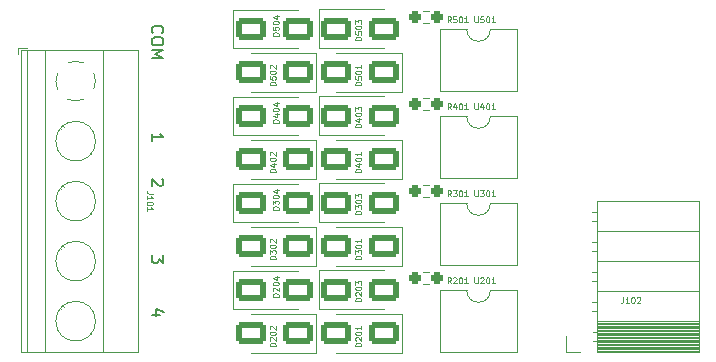
<source format=gbr>
%TF.GenerationSoftware,KiCad,Pcbnew,7.0.10*%
%TF.CreationDate,2024-01-09T12:30:03+01:00*%
%TF.ProjectId,CS_ADD_ON,43535f41-4444-45f4-9f4e-2e6b69636164,rev?*%
%TF.SameCoordinates,Original*%
%TF.FileFunction,Legend,Top*%
%TF.FilePolarity,Positive*%
%FSLAX46Y46*%
G04 Gerber Fmt 4.6, Leading zero omitted, Abs format (unit mm)*
G04 Created by KiCad (PCBNEW 7.0.10) date 2024-01-09 12:30:03*
%MOMM*%
%LPD*%
G01*
G04 APERTURE LIST*
G04 Aperture macros list*
%AMRoundRect*
0 Rectangle with rounded corners*
0 $1 Rounding radius*
0 $2 $3 $4 $5 $6 $7 $8 $9 X,Y pos of 4 corners*
0 Add a 4 corners polygon primitive as box body*
4,1,4,$2,$3,$4,$5,$6,$7,$8,$9,$2,$3,0*
0 Add four circle primitives for the rounded corners*
1,1,$1+$1,$2,$3*
1,1,$1+$1,$4,$5*
1,1,$1+$1,$6,$7*
1,1,$1+$1,$8,$9*
0 Add four rect primitives between the rounded corners*
20,1,$1+$1,$2,$3,$4,$5,0*
20,1,$1+$1,$4,$5,$6,$7,0*
20,1,$1+$1,$6,$7,$8,$9,0*
20,1,$1+$1,$8,$9,$2,$3,0*%
G04 Aperture macros list end*
%ADD10C,0.150000*%
%ADD11C,0.075000*%
%ADD12C,0.120000*%
%ADD13C,3.200000*%
%ADD14R,2.000000X1.780000*%
%ADD15RoundRect,0.237500X-0.250000X-0.237500X0.250000X-0.237500X0.250000X0.237500X-0.250000X0.237500X0*%
%ADD16O,1.700000X1.700000*%
%ADD17R,1.700000X1.700000*%
%ADD18C,2.600000*%
%ADD19R,2.600000X2.600000*%
%ADD20RoundRect,0.250000X-1.000000X-0.650000X1.000000X-0.650000X1.000000X0.650000X-1.000000X0.650000X0*%
%ADD21RoundRect,0.250000X1.000000X0.650000X-1.000000X0.650000X-1.000000X-0.650000X1.000000X-0.650000X0*%
G04 APERTURE END LIST*
D10*
X159296847Y-138265350D02*
X158630180Y-138265350D01*
X159677800Y-138027255D02*
X158963514Y-137789160D01*
X158963514Y-137789160D02*
X158963514Y-138408207D01*
X159630180Y-133241541D02*
X159630180Y-133860588D01*
X159630180Y-133860588D02*
X159249228Y-133527255D01*
X159249228Y-133527255D02*
X159249228Y-133670112D01*
X159249228Y-133670112D02*
X159201609Y-133765350D01*
X159201609Y-133765350D02*
X159153990Y-133812969D01*
X159153990Y-133812969D02*
X159058752Y-133860588D01*
X159058752Y-133860588D02*
X158820657Y-133860588D01*
X158820657Y-133860588D02*
X158725419Y-133812969D01*
X158725419Y-133812969D02*
X158677800Y-133765350D01*
X158677800Y-133765350D02*
X158630180Y-133670112D01*
X158630180Y-133670112D02*
X158630180Y-133384398D01*
X158630180Y-133384398D02*
X158677800Y-133289160D01*
X158677800Y-133289160D02*
X158725419Y-133241541D01*
X159534942Y-126789160D02*
X159582561Y-126836779D01*
X159582561Y-126836779D02*
X159630180Y-126932017D01*
X159630180Y-126932017D02*
X159630180Y-127170112D01*
X159630180Y-127170112D02*
X159582561Y-127265350D01*
X159582561Y-127265350D02*
X159534942Y-127312969D01*
X159534942Y-127312969D02*
X159439704Y-127360588D01*
X159439704Y-127360588D02*
X159344466Y-127360588D01*
X159344466Y-127360588D02*
X159201609Y-127312969D01*
X159201609Y-127312969D02*
X158630180Y-126741541D01*
X158630180Y-126741541D02*
X158630180Y-127360588D01*
X158630180Y-123541380D02*
X158630180Y-122969952D01*
X158630180Y-123255666D02*
X159630180Y-123255666D01*
X159630180Y-123255666D02*
X159487323Y-123160428D01*
X159487323Y-123160428D02*
X159392085Y-123065190D01*
X159392085Y-123065190D02*
X159344466Y-122969952D01*
X158725419Y-114408207D02*
X158677800Y-114360588D01*
X158677800Y-114360588D02*
X158630180Y-114217731D01*
X158630180Y-114217731D02*
X158630180Y-114122493D01*
X158630180Y-114122493D02*
X158677800Y-113979636D01*
X158677800Y-113979636D02*
X158773038Y-113884398D01*
X158773038Y-113884398D02*
X158868276Y-113836779D01*
X158868276Y-113836779D02*
X159058752Y-113789160D01*
X159058752Y-113789160D02*
X159201609Y-113789160D01*
X159201609Y-113789160D02*
X159392085Y-113836779D01*
X159392085Y-113836779D02*
X159487323Y-113884398D01*
X159487323Y-113884398D02*
X159582561Y-113979636D01*
X159582561Y-113979636D02*
X159630180Y-114122493D01*
X159630180Y-114122493D02*
X159630180Y-114217731D01*
X159630180Y-114217731D02*
X159582561Y-114360588D01*
X159582561Y-114360588D02*
X159534942Y-114408207D01*
X159630180Y-115027255D02*
X159630180Y-115217731D01*
X159630180Y-115217731D02*
X159582561Y-115312969D01*
X159582561Y-115312969D02*
X159487323Y-115408207D01*
X159487323Y-115408207D02*
X159296847Y-115455826D01*
X159296847Y-115455826D02*
X158963514Y-115455826D01*
X158963514Y-115455826D02*
X158773038Y-115408207D01*
X158773038Y-115408207D02*
X158677800Y-115312969D01*
X158677800Y-115312969D02*
X158630180Y-115217731D01*
X158630180Y-115217731D02*
X158630180Y-115027255D01*
X158630180Y-115027255D02*
X158677800Y-114932017D01*
X158677800Y-114932017D02*
X158773038Y-114836779D01*
X158773038Y-114836779D02*
X158963514Y-114789160D01*
X158963514Y-114789160D02*
X159296847Y-114789160D01*
X159296847Y-114789160D02*
X159487323Y-114836779D01*
X159487323Y-114836779D02*
X159582561Y-114932017D01*
X159582561Y-114932017D02*
X159630180Y-115027255D01*
X158630180Y-115884398D02*
X159630180Y-115884398D01*
X159630180Y-115884398D02*
X158915895Y-116217731D01*
X158915895Y-116217731D02*
X159630180Y-116551064D01*
X159630180Y-116551064D02*
X158630180Y-116551064D01*
D11*
X185959857Y-113011409D02*
X185959857Y-113416171D01*
X185959857Y-113416171D02*
X185983667Y-113463790D01*
X185983667Y-113463790D02*
X186007476Y-113487600D01*
X186007476Y-113487600D02*
X186055095Y-113511409D01*
X186055095Y-113511409D02*
X186150333Y-113511409D01*
X186150333Y-113511409D02*
X186197952Y-113487600D01*
X186197952Y-113487600D02*
X186221762Y-113463790D01*
X186221762Y-113463790D02*
X186245571Y-113416171D01*
X186245571Y-113416171D02*
X186245571Y-113011409D01*
X186721762Y-113011409D02*
X186483667Y-113011409D01*
X186483667Y-113011409D02*
X186459858Y-113249504D01*
X186459858Y-113249504D02*
X186483667Y-113225695D01*
X186483667Y-113225695D02*
X186531286Y-113201885D01*
X186531286Y-113201885D02*
X186650334Y-113201885D01*
X186650334Y-113201885D02*
X186697953Y-113225695D01*
X186697953Y-113225695D02*
X186721762Y-113249504D01*
X186721762Y-113249504D02*
X186745572Y-113297123D01*
X186745572Y-113297123D02*
X186745572Y-113416171D01*
X186745572Y-113416171D02*
X186721762Y-113463790D01*
X186721762Y-113463790D02*
X186697953Y-113487600D01*
X186697953Y-113487600D02*
X186650334Y-113511409D01*
X186650334Y-113511409D02*
X186531286Y-113511409D01*
X186531286Y-113511409D02*
X186483667Y-113487600D01*
X186483667Y-113487600D02*
X186459858Y-113463790D01*
X187055095Y-113011409D02*
X187102714Y-113011409D01*
X187102714Y-113011409D02*
X187150333Y-113035219D01*
X187150333Y-113035219D02*
X187174143Y-113059028D01*
X187174143Y-113059028D02*
X187197952Y-113106647D01*
X187197952Y-113106647D02*
X187221762Y-113201885D01*
X187221762Y-113201885D02*
X187221762Y-113320933D01*
X187221762Y-113320933D02*
X187197952Y-113416171D01*
X187197952Y-113416171D02*
X187174143Y-113463790D01*
X187174143Y-113463790D02*
X187150333Y-113487600D01*
X187150333Y-113487600D02*
X187102714Y-113511409D01*
X187102714Y-113511409D02*
X187055095Y-113511409D01*
X187055095Y-113511409D02*
X187007476Y-113487600D01*
X187007476Y-113487600D02*
X186983667Y-113463790D01*
X186983667Y-113463790D02*
X186959857Y-113416171D01*
X186959857Y-113416171D02*
X186936048Y-113320933D01*
X186936048Y-113320933D02*
X186936048Y-113201885D01*
X186936048Y-113201885D02*
X186959857Y-113106647D01*
X186959857Y-113106647D02*
X186983667Y-113059028D01*
X186983667Y-113059028D02*
X187007476Y-113035219D01*
X187007476Y-113035219D02*
X187055095Y-113011409D01*
X187697952Y-113511409D02*
X187412238Y-113511409D01*
X187555095Y-113511409D02*
X187555095Y-113011409D01*
X187555095Y-113011409D02*
X187507476Y-113082838D01*
X187507476Y-113082838D02*
X187459857Y-113130457D01*
X187459857Y-113130457D02*
X187412238Y-113154266D01*
X185959857Y-120377409D02*
X185959857Y-120782171D01*
X185959857Y-120782171D02*
X185983667Y-120829790D01*
X185983667Y-120829790D02*
X186007476Y-120853600D01*
X186007476Y-120853600D02*
X186055095Y-120877409D01*
X186055095Y-120877409D02*
X186150333Y-120877409D01*
X186150333Y-120877409D02*
X186197952Y-120853600D01*
X186197952Y-120853600D02*
X186221762Y-120829790D01*
X186221762Y-120829790D02*
X186245571Y-120782171D01*
X186245571Y-120782171D02*
X186245571Y-120377409D01*
X186697953Y-120544076D02*
X186697953Y-120877409D01*
X186578905Y-120353600D02*
X186459858Y-120710742D01*
X186459858Y-120710742D02*
X186769381Y-120710742D01*
X187055095Y-120377409D02*
X187102714Y-120377409D01*
X187102714Y-120377409D02*
X187150333Y-120401219D01*
X187150333Y-120401219D02*
X187174143Y-120425028D01*
X187174143Y-120425028D02*
X187197952Y-120472647D01*
X187197952Y-120472647D02*
X187221762Y-120567885D01*
X187221762Y-120567885D02*
X187221762Y-120686933D01*
X187221762Y-120686933D02*
X187197952Y-120782171D01*
X187197952Y-120782171D02*
X187174143Y-120829790D01*
X187174143Y-120829790D02*
X187150333Y-120853600D01*
X187150333Y-120853600D02*
X187102714Y-120877409D01*
X187102714Y-120877409D02*
X187055095Y-120877409D01*
X187055095Y-120877409D02*
X187007476Y-120853600D01*
X187007476Y-120853600D02*
X186983667Y-120829790D01*
X186983667Y-120829790D02*
X186959857Y-120782171D01*
X186959857Y-120782171D02*
X186936048Y-120686933D01*
X186936048Y-120686933D02*
X186936048Y-120567885D01*
X186936048Y-120567885D02*
X186959857Y-120472647D01*
X186959857Y-120472647D02*
X186983667Y-120425028D01*
X186983667Y-120425028D02*
X187007476Y-120401219D01*
X187007476Y-120401219D02*
X187055095Y-120377409D01*
X187697952Y-120877409D02*
X187412238Y-120877409D01*
X187555095Y-120877409D02*
X187555095Y-120377409D01*
X187555095Y-120377409D02*
X187507476Y-120448838D01*
X187507476Y-120448838D02*
X187459857Y-120496457D01*
X187459857Y-120496457D02*
X187412238Y-120520266D01*
X185959857Y-127743409D02*
X185959857Y-128148171D01*
X185959857Y-128148171D02*
X185983667Y-128195790D01*
X185983667Y-128195790D02*
X186007476Y-128219600D01*
X186007476Y-128219600D02*
X186055095Y-128243409D01*
X186055095Y-128243409D02*
X186150333Y-128243409D01*
X186150333Y-128243409D02*
X186197952Y-128219600D01*
X186197952Y-128219600D02*
X186221762Y-128195790D01*
X186221762Y-128195790D02*
X186245571Y-128148171D01*
X186245571Y-128148171D02*
X186245571Y-127743409D01*
X186436048Y-127743409D02*
X186745572Y-127743409D01*
X186745572Y-127743409D02*
X186578905Y-127933885D01*
X186578905Y-127933885D02*
X186650334Y-127933885D01*
X186650334Y-127933885D02*
X186697953Y-127957695D01*
X186697953Y-127957695D02*
X186721762Y-127981504D01*
X186721762Y-127981504D02*
X186745572Y-128029123D01*
X186745572Y-128029123D02*
X186745572Y-128148171D01*
X186745572Y-128148171D02*
X186721762Y-128195790D01*
X186721762Y-128195790D02*
X186697953Y-128219600D01*
X186697953Y-128219600D02*
X186650334Y-128243409D01*
X186650334Y-128243409D02*
X186507477Y-128243409D01*
X186507477Y-128243409D02*
X186459858Y-128219600D01*
X186459858Y-128219600D02*
X186436048Y-128195790D01*
X187055095Y-127743409D02*
X187102714Y-127743409D01*
X187102714Y-127743409D02*
X187150333Y-127767219D01*
X187150333Y-127767219D02*
X187174143Y-127791028D01*
X187174143Y-127791028D02*
X187197952Y-127838647D01*
X187197952Y-127838647D02*
X187221762Y-127933885D01*
X187221762Y-127933885D02*
X187221762Y-128052933D01*
X187221762Y-128052933D02*
X187197952Y-128148171D01*
X187197952Y-128148171D02*
X187174143Y-128195790D01*
X187174143Y-128195790D02*
X187150333Y-128219600D01*
X187150333Y-128219600D02*
X187102714Y-128243409D01*
X187102714Y-128243409D02*
X187055095Y-128243409D01*
X187055095Y-128243409D02*
X187007476Y-128219600D01*
X187007476Y-128219600D02*
X186983667Y-128195790D01*
X186983667Y-128195790D02*
X186959857Y-128148171D01*
X186959857Y-128148171D02*
X186936048Y-128052933D01*
X186936048Y-128052933D02*
X186936048Y-127933885D01*
X186936048Y-127933885D02*
X186959857Y-127838647D01*
X186959857Y-127838647D02*
X186983667Y-127791028D01*
X186983667Y-127791028D02*
X187007476Y-127767219D01*
X187007476Y-127767219D02*
X187055095Y-127743409D01*
X187697952Y-128243409D02*
X187412238Y-128243409D01*
X187555095Y-128243409D02*
X187555095Y-127743409D01*
X187555095Y-127743409D02*
X187507476Y-127814838D01*
X187507476Y-127814838D02*
X187459857Y-127862457D01*
X187459857Y-127862457D02*
X187412238Y-127886266D01*
X185959857Y-135109409D02*
X185959857Y-135514171D01*
X185959857Y-135514171D02*
X185983667Y-135561790D01*
X185983667Y-135561790D02*
X186007476Y-135585600D01*
X186007476Y-135585600D02*
X186055095Y-135609409D01*
X186055095Y-135609409D02*
X186150333Y-135609409D01*
X186150333Y-135609409D02*
X186197952Y-135585600D01*
X186197952Y-135585600D02*
X186221762Y-135561790D01*
X186221762Y-135561790D02*
X186245571Y-135514171D01*
X186245571Y-135514171D02*
X186245571Y-135109409D01*
X186459858Y-135157028D02*
X186483667Y-135133219D01*
X186483667Y-135133219D02*
X186531286Y-135109409D01*
X186531286Y-135109409D02*
X186650334Y-135109409D01*
X186650334Y-135109409D02*
X186697953Y-135133219D01*
X186697953Y-135133219D02*
X186721762Y-135157028D01*
X186721762Y-135157028D02*
X186745572Y-135204647D01*
X186745572Y-135204647D02*
X186745572Y-135252266D01*
X186745572Y-135252266D02*
X186721762Y-135323695D01*
X186721762Y-135323695D02*
X186436048Y-135609409D01*
X186436048Y-135609409D02*
X186745572Y-135609409D01*
X187055095Y-135109409D02*
X187102714Y-135109409D01*
X187102714Y-135109409D02*
X187150333Y-135133219D01*
X187150333Y-135133219D02*
X187174143Y-135157028D01*
X187174143Y-135157028D02*
X187197952Y-135204647D01*
X187197952Y-135204647D02*
X187221762Y-135299885D01*
X187221762Y-135299885D02*
X187221762Y-135418933D01*
X187221762Y-135418933D02*
X187197952Y-135514171D01*
X187197952Y-135514171D02*
X187174143Y-135561790D01*
X187174143Y-135561790D02*
X187150333Y-135585600D01*
X187150333Y-135585600D02*
X187102714Y-135609409D01*
X187102714Y-135609409D02*
X187055095Y-135609409D01*
X187055095Y-135609409D02*
X187007476Y-135585600D01*
X187007476Y-135585600D02*
X186983667Y-135561790D01*
X186983667Y-135561790D02*
X186959857Y-135514171D01*
X186959857Y-135514171D02*
X186936048Y-135418933D01*
X186936048Y-135418933D02*
X186936048Y-135299885D01*
X186936048Y-135299885D02*
X186959857Y-135204647D01*
X186959857Y-135204647D02*
X186983667Y-135157028D01*
X186983667Y-135157028D02*
X187007476Y-135133219D01*
X187007476Y-135133219D02*
X187055095Y-135109409D01*
X187697952Y-135609409D02*
X187412238Y-135609409D01*
X187555095Y-135609409D02*
X187555095Y-135109409D01*
X187555095Y-135109409D02*
X187507476Y-135180838D01*
X187507476Y-135180838D02*
X187459857Y-135228457D01*
X187459857Y-135228457D02*
X187412238Y-135252266D01*
X183971476Y-113511409D02*
X183804810Y-113273314D01*
X183685762Y-113511409D02*
X183685762Y-113011409D01*
X183685762Y-113011409D02*
X183876238Y-113011409D01*
X183876238Y-113011409D02*
X183923857Y-113035219D01*
X183923857Y-113035219D02*
X183947667Y-113059028D01*
X183947667Y-113059028D02*
X183971476Y-113106647D01*
X183971476Y-113106647D02*
X183971476Y-113178076D01*
X183971476Y-113178076D02*
X183947667Y-113225695D01*
X183947667Y-113225695D02*
X183923857Y-113249504D01*
X183923857Y-113249504D02*
X183876238Y-113273314D01*
X183876238Y-113273314D02*
X183685762Y-113273314D01*
X184423857Y-113011409D02*
X184185762Y-113011409D01*
X184185762Y-113011409D02*
X184161953Y-113249504D01*
X184161953Y-113249504D02*
X184185762Y-113225695D01*
X184185762Y-113225695D02*
X184233381Y-113201885D01*
X184233381Y-113201885D02*
X184352429Y-113201885D01*
X184352429Y-113201885D02*
X184400048Y-113225695D01*
X184400048Y-113225695D02*
X184423857Y-113249504D01*
X184423857Y-113249504D02*
X184447667Y-113297123D01*
X184447667Y-113297123D02*
X184447667Y-113416171D01*
X184447667Y-113416171D02*
X184423857Y-113463790D01*
X184423857Y-113463790D02*
X184400048Y-113487600D01*
X184400048Y-113487600D02*
X184352429Y-113511409D01*
X184352429Y-113511409D02*
X184233381Y-113511409D01*
X184233381Y-113511409D02*
X184185762Y-113487600D01*
X184185762Y-113487600D02*
X184161953Y-113463790D01*
X184757190Y-113011409D02*
X184804809Y-113011409D01*
X184804809Y-113011409D02*
X184852428Y-113035219D01*
X184852428Y-113035219D02*
X184876238Y-113059028D01*
X184876238Y-113059028D02*
X184900047Y-113106647D01*
X184900047Y-113106647D02*
X184923857Y-113201885D01*
X184923857Y-113201885D02*
X184923857Y-113320933D01*
X184923857Y-113320933D02*
X184900047Y-113416171D01*
X184900047Y-113416171D02*
X184876238Y-113463790D01*
X184876238Y-113463790D02*
X184852428Y-113487600D01*
X184852428Y-113487600D02*
X184804809Y-113511409D01*
X184804809Y-113511409D02*
X184757190Y-113511409D01*
X184757190Y-113511409D02*
X184709571Y-113487600D01*
X184709571Y-113487600D02*
X184685762Y-113463790D01*
X184685762Y-113463790D02*
X184661952Y-113416171D01*
X184661952Y-113416171D02*
X184638143Y-113320933D01*
X184638143Y-113320933D02*
X184638143Y-113201885D01*
X184638143Y-113201885D02*
X184661952Y-113106647D01*
X184661952Y-113106647D02*
X184685762Y-113059028D01*
X184685762Y-113059028D02*
X184709571Y-113035219D01*
X184709571Y-113035219D02*
X184757190Y-113011409D01*
X185400047Y-113511409D02*
X185114333Y-113511409D01*
X185257190Y-113511409D02*
X185257190Y-113011409D01*
X185257190Y-113011409D02*
X185209571Y-113082838D01*
X185209571Y-113082838D02*
X185161952Y-113130457D01*
X185161952Y-113130457D02*
X185114333Y-113154266D01*
X183971476Y-120877409D02*
X183804810Y-120639314D01*
X183685762Y-120877409D02*
X183685762Y-120377409D01*
X183685762Y-120377409D02*
X183876238Y-120377409D01*
X183876238Y-120377409D02*
X183923857Y-120401219D01*
X183923857Y-120401219D02*
X183947667Y-120425028D01*
X183947667Y-120425028D02*
X183971476Y-120472647D01*
X183971476Y-120472647D02*
X183971476Y-120544076D01*
X183971476Y-120544076D02*
X183947667Y-120591695D01*
X183947667Y-120591695D02*
X183923857Y-120615504D01*
X183923857Y-120615504D02*
X183876238Y-120639314D01*
X183876238Y-120639314D02*
X183685762Y-120639314D01*
X184400048Y-120544076D02*
X184400048Y-120877409D01*
X184281000Y-120353600D02*
X184161953Y-120710742D01*
X184161953Y-120710742D02*
X184471476Y-120710742D01*
X184757190Y-120377409D02*
X184804809Y-120377409D01*
X184804809Y-120377409D02*
X184852428Y-120401219D01*
X184852428Y-120401219D02*
X184876238Y-120425028D01*
X184876238Y-120425028D02*
X184900047Y-120472647D01*
X184900047Y-120472647D02*
X184923857Y-120567885D01*
X184923857Y-120567885D02*
X184923857Y-120686933D01*
X184923857Y-120686933D02*
X184900047Y-120782171D01*
X184900047Y-120782171D02*
X184876238Y-120829790D01*
X184876238Y-120829790D02*
X184852428Y-120853600D01*
X184852428Y-120853600D02*
X184804809Y-120877409D01*
X184804809Y-120877409D02*
X184757190Y-120877409D01*
X184757190Y-120877409D02*
X184709571Y-120853600D01*
X184709571Y-120853600D02*
X184685762Y-120829790D01*
X184685762Y-120829790D02*
X184661952Y-120782171D01*
X184661952Y-120782171D02*
X184638143Y-120686933D01*
X184638143Y-120686933D02*
X184638143Y-120567885D01*
X184638143Y-120567885D02*
X184661952Y-120472647D01*
X184661952Y-120472647D02*
X184685762Y-120425028D01*
X184685762Y-120425028D02*
X184709571Y-120401219D01*
X184709571Y-120401219D02*
X184757190Y-120377409D01*
X185400047Y-120877409D02*
X185114333Y-120877409D01*
X185257190Y-120877409D02*
X185257190Y-120377409D01*
X185257190Y-120377409D02*
X185209571Y-120448838D01*
X185209571Y-120448838D02*
X185161952Y-120496457D01*
X185161952Y-120496457D02*
X185114333Y-120520266D01*
X183971476Y-128243409D02*
X183804810Y-128005314D01*
X183685762Y-128243409D02*
X183685762Y-127743409D01*
X183685762Y-127743409D02*
X183876238Y-127743409D01*
X183876238Y-127743409D02*
X183923857Y-127767219D01*
X183923857Y-127767219D02*
X183947667Y-127791028D01*
X183947667Y-127791028D02*
X183971476Y-127838647D01*
X183971476Y-127838647D02*
X183971476Y-127910076D01*
X183971476Y-127910076D02*
X183947667Y-127957695D01*
X183947667Y-127957695D02*
X183923857Y-127981504D01*
X183923857Y-127981504D02*
X183876238Y-128005314D01*
X183876238Y-128005314D02*
X183685762Y-128005314D01*
X184138143Y-127743409D02*
X184447667Y-127743409D01*
X184447667Y-127743409D02*
X184281000Y-127933885D01*
X184281000Y-127933885D02*
X184352429Y-127933885D01*
X184352429Y-127933885D02*
X184400048Y-127957695D01*
X184400048Y-127957695D02*
X184423857Y-127981504D01*
X184423857Y-127981504D02*
X184447667Y-128029123D01*
X184447667Y-128029123D02*
X184447667Y-128148171D01*
X184447667Y-128148171D02*
X184423857Y-128195790D01*
X184423857Y-128195790D02*
X184400048Y-128219600D01*
X184400048Y-128219600D02*
X184352429Y-128243409D01*
X184352429Y-128243409D02*
X184209572Y-128243409D01*
X184209572Y-128243409D02*
X184161953Y-128219600D01*
X184161953Y-128219600D02*
X184138143Y-128195790D01*
X184757190Y-127743409D02*
X184804809Y-127743409D01*
X184804809Y-127743409D02*
X184852428Y-127767219D01*
X184852428Y-127767219D02*
X184876238Y-127791028D01*
X184876238Y-127791028D02*
X184900047Y-127838647D01*
X184900047Y-127838647D02*
X184923857Y-127933885D01*
X184923857Y-127933885D02*
X184923857Y-128052933D01*
X184923857Y-128052933D02*
X184900047Y-128148171D01*
X184900047Y-128148171D02*
X184876238Y-128195790D01*
X184876238Y-128195790D02*
X184852428Y-128219600D01*
X184852428Y-128219600D02*
X184804809Y-128243409D01*
X184804809Y-128243409D02*
X184757190Y-128243409D01*
X184757190Y-128243409D02*
X184709571Y-128219600D01*
X184709571Y-128219600D02*
X184685762Y-128195790D01*
X184685762Y-128195790D02*
X184661952Y-128148171D01*
X184661952Y-128148171D02*
X184638143Y-128052933D01*
X184638143Y-128052933D02*
X184638143Y-127933885D01*
X184638143Y-127933885D02*
X184661952Y-127838647D01*
X184661952Y-127838647D02*
X184685762Y-127791028D01*
X184685762Y-127791028D02*
X184709571Y-127767219D01*
X184709571Y-127767219D02*
X184757190Y-127743409D01*
X185400047Y-128243409D02*
X185114333Y-128243409D01*
X185257190Y-128243409D02*
X185257190Y-127743409D01*
X185257190Y-127743409D02*
X185209571Y-127814838D01*
X185209571Y-127814838D02*
X185161952Y-127862457D01*
X185161952Y-127862457D02*
X185114333Y-127886266D01*
X183971476Y-135609409D02*
X183804810Y-135371314D01*
X183685762Y-135609409D02*
X183685762Y-135109409D01*
X183685762Y-135109409D02*
X183876238Y-135109409D01*
X183876238Y-135109409D02*
X183923857Y-135133219D01*
X183923857Y-135133219D02*
X183947667Y-135157028D01*
X183947667Y-135157028D02*
X183971476Y-135204647D01*
X183971476Y-135204647D02*
X183971476Y-135276076D01*
X183971476Y-135276076D02*
X183947667Y-135323695D01*
X183947667Y-135323695D02*
X183923857Y-135347504D01*
X183923857Y-135347504D02*
X183876238Y-135371314D01*
X183876238Y-135371314D02*
X183685762Y-135371314D01*
X184161953Y-135157028D02*
X184185762Y-135133219D01*
X184185762Y-135133219D02*
X184233381Y-135109409D01*
X184233381Y-135109409D02*
X184352429Y-135109409D01*
X184352429Y-135109409D02*
X184400048Y-135133219D01*
X184400048Y-135133219D02*
X184423857Y-135157028D01*
X184423857Y-135157028D02*
X184447667Y-135204647D01*
X184447667Y-135204647D02*
X184447667Y-135252266D01*
X184447667Y-135252266D02*
X184423857Y-135323695D01*
X184423857Y-135323695D02*
X184138143Y-135609409D01*
X184138143Y-135609409D02*
X184447667Y-135609409D01*
X184757190Y-135109409D02*
X184804809Y-135109409D01*
X184804809Y-135109409D02*
X184852428Y-135133219D01*
X184852428Y-135133219D02*
X184876238Y-135157028D01*
X184876238Y-135157028D02*
X184900047Y-135204647D01*
X184900047Y-135204647D02*
X184923857Y-135299885D01*
X184923857Y-135299885D02*
X184923857Y-135418933D01*
X184923857Y-135418933D02*
X184900047Y-135514171D01*
X184900047Y-135514171D02*
X184876238Y-135561790D01*
X184876238Y-135561790D02*
X184852428Y-135585600D01*
X184852428Y-135585600D02*
X184804809Y-135609409D01*
X184804809Y-135609409D02*
X184757190Y-135609409D01*
X184757190Y-135609409D02*
X184709571Y-135585600D01*
X184709571Y-135585600D02*
X184685762Y-135561790D01*
X184685762Y-135561790D02*
X184661952Y-135514171D01*
X184661952Y-135514171D02*
X184638143Y-135418933D01*
X184638143Y-135418933D02*
X184638143Y-135299885D01*
X184638143Y-135299885D02*
X184661952Y-135204647D01*
X184661952Y-135204647D02*
X184685762Y-135157028D01*
X184685762Y-135157028D02*
X184709571Y-135133219D01*
X184709571Y-135133219D02*
X184757190Y-135109409D01*
X185400047Y-135609409D02*
X185114333Y-135609409D01*
X185257190Y-135609409D02*
X185257190Y-135109409D01*
X185257190Y-135109409D02*
X185209571Y-135180838D01*
X185209571Y-135180838D02*
X185161952Y-135228457D01*
X185161952Y-135228457D02*
X185114333Y-135252266D01*
X198538143Y-136780409D02*
X198538143Y-137137552D01*
X198538143Y-137137552D02*
X198514334Y-137208980D01*
X198514334Y-137208980D02*
X198466715Y-137256600D01*
X198466715Y-137256600D02*
X198395286Y-137280409D01*
X198395286Y-137280409D02*
X198347667Y-137280409D01*
X199038143Y-137280409D02*
X198752429Y-137280409D01*
X198895286Y-137280409D02*
X198895286Y-136780409D01*
X198895286Y-136780409D02*
X198847667Y-136851838D01*
X198847667Y-136851838D02*
X198800048Y-136899457D01*
X198800048Y-136899457D02*
X198752429Y-136923266D01*
X199347666Y-136780409D02*
X199395285Y-136780409D01*
X199395285Y-136780409D02*
X199442904Y-136804219D01*
X199442904Y-136804219D02*
X199466714Y-136828028D01*
X199466714Y-136828028D02*
X199490523Y-136875647D01*
X199490523Y-136875647D02*
X199514333Y-136970885D01*
X199514333Y-136970885D02*
X199514333Y-137089933D01*
X199514333Y-137089933D02*
X199490523Y-137185171D01*
X199490523Y-137185171D02*
X199466714Y-137232790D01*
X199466714Y-137232790D02*
X199442904Y-137256600D01*
X199442904Y-137256600D02*
X199395285Y-137280409D01*
X199395285Y-137280409D02*
X199347666Y-137280409D01*
X199347666Y-137280409D02*
X199300047Y-137256600D01*
X199300047Y-137256600D02*
X199276238Y-137232790D01*
X199276238Y-137232790D02*
X199252428Y-137185171D01*
X199252428Y-137185171D02*
X199228619Y-137089933D01*
X199228619Y-137089933D02*
X199228619Y-136970885D01*
X199228619Y-136970885D02*
X199252428Y-136875647D01*
X199252428Y-136875647D02*
X199276238Y-136828028D01*
X199276238Y-136828028D02*
X199300047Y-136804219D01*
X199300047Y-136804219D02*
X199347666Y-136780409D01*
X199704809Y-136828028D02*
X199728618Y-136804219D01*
X199728618Y-136804219D02*
X199776237Y-136780409D01*
X199776237Y-136780409D02*
X199895285Y-136780409D01*
X199895285Y-136780409D02*
X199942904Y-136804219D01*
X199942904Y-136804219D02*
X199966713Y-136828028D01*
X199966713Y-136828028D02*
X199990523Y-136875647D01*
X199990523Y-136875647D02*
X199990523Y-136923266D01*
X199990523Y-136923266D02*
X199966713Y-136994695D01*
X199966713Y-136994695D02*
X199680999Y-137280409D01*
X199680999Y-137280409D02*
X199990523Y-137280409D01*
X158727590Y-128008143D02*
X158370447Y-128008143D01*
X158370447Y-128008143D02*
X158299019Y-127984334D01*
X158299019Y-127984334D02*
X158251400Y-127936715D01*
X158251400Y-127936715D02*
X158227590Y-127865286D01*
X158227590Y-127865286D02*
X158227590Y-127817667D01*
X158227590Y-128508143D02*
X158227590Y-128222429D01*
X158227590Y-128365286D02*
X158727590Y-128365286D01*
X158727590Y-128365286D02*
X158656161Y-128317667D01*
X158656161Y-128317667D02*
X158608542Y-128270048D01*
X158608542Y-128270048D02*
X158584733Y-128222429D01*
X158727590Y-128817666D02*
X158727590Y-128865285D01*
X158727590Y-128865285D02*
X158703780Y-128912904D01*
X158703780Y-128912904D02*
X158679971Y-128936714D01*
X158679971Y-128936714D02*
X158632352Y-128960523D01*
X158632352Y-128960523D02*
X158537114Y-128984333D01*
X158537114Y-128984333D02*
X158418066Y-128984333D01*
X158418066Y-128984333D02*
X158322828Y-128960523D01*
X158322828Y-128960523D02*
X158275209Y-128936714D01*
X158275209Y-128936714D02*
X158251400Y-128912904D01*
X158251400Y-128912904D02*
X158227590Y-128865285D01*
X158227590Y-128865285D02*
X158227590Y-128817666D01*
X158227590Y-128817666D02*
X158251400Y-128770047D01*
X158251400Y-128770047D02*
X158275209Y-128746238D01*
X158275209Y-128746238D02*
X158322828Y-128722428D01*
X158322828Y-128722428D02*
X158418066Y-128698619D01*
X158418066Y-128698619D02*
X158537114Y-128698619D01*
X158537114Y-128698619D02*
X158632352Y-128722428D01*
X158632352Y-128722428D02*
X158679971Y-128746238D01*
X158679971Y-128746238D02*
X158703780Y-128770047D01*
X158703780Y-128770047D02*
X158727590Y-128817666D01*
X158227590Y-129460523D02*
X158227590Y-129174809D01*
X158227590Y-129317666D02*
X158727590Y-129317666D01*
X158727590Y-129317666D02*
X158656161Y-129270047D01*
X158656161Y-129270047D02*
X158608542Y-129222428D01*
X158608542Y-129222428D02*
X158584733Y-129174809D01*
X169391409Y-114637237D02*
X168891409Y-114637237D01*
X168891409Y-114637237D02*
X168891409Y-114518189D01*
X168891409Y-114518189D02*
X168915219Y-114446761D01*
X168915219Y-114446761D02*
X168962838Y-114399142D01*
X168962838Y-114399142D02*
X169010457Y-114375332D01*
X169010457Y-114375332D02*
X169105695Y-114351523D01*
X169105695Y-114351523D02*
X169177123Y-114351523D01*
X169177123Y-114351523D02*
X169272361Y-114375332D01*
X169272361Y-114375332D02*
X169319980Y-114399142D01*
X169319980Y-114399142D02*
X169367600Y-114446761D01*
X169367600Y-114446761D02*
X169391409Y-114518189D01*
X169391409Y-114518189D02*
X169391409Y-114637237D01*
X168891409Y-113899142D02*
X168891409Y-114137237D01*
X168891409Y-114137237D02*
X169129504Y-114161046D01*
X169129504Y-114161046D02*
X169105695Y-114137237D01*
X169105695Y-114137237D02*
X169081885Y-114089618D01*
X169081885Y-114089618D02*
X169081885Y-113970570D01*
X169081885Y-113970570D02*
X169105695Y-113922951D01*
X169105695Y-113922951D02*
X169129504Y-113899142D01*
X169129504Y-113899142D02*
X169177123Y-113875332D01*
X169177123Y-113875332D02*
X169296171Y-113875332D01*
X169296171Y-113875332D02*
X169343790Y-113899142D01*
X169343790Y-113899142D02*
X169367600Y-113922951D01*
X169367600Y-113922951D02*
X169391409Y-113970570D01*
X169391409Y-113970570D02*
X169391409Y-114089618D01*
X169391409Y-114089618D02*
X169367600Y-114137237D01*
X169367600Y-114137237D02*
X169343790Y-114161046D01*
X168891409Y-113565809D02*
X168891409Y-113518190D01*
X168891409Y-113518190D02*
X168915219Y-113470571D01*
X168915219Y-113470571D02*
X168939028Y-113446761D01*
X168939028Y-113446761D02*
X168986647Y-113422952D01*
X168986647Y-113422952D02*
X169081885Y-113399142D01*
X169081885Y-113399142D02*
X169200933Y-113399142D01*
X169200933Y-113399142D02*
X169296171Y-113422952D01*
X169296171Y-113422952D02*
X169343790Y-113446761D01*
X169343790Y-113446761D02*
X169367600Y-113470571D01*
X169367600Y-113470571D02*
X169391409Y-113518190D01*
X169391409Y-113518190D02*
X169391409Y-113565809D01*
X169391409Y-113565809D02*
X169367600Y-113613428D01*
X169367600Y-113613428D02*
X169343790Y-113637237D01*
X169343790Y-113637237D02*
X169296171Y-113661047D01*
X169296171Y-113661047D02*
X169200933Y-113684856D01*
X169200933Y-113684856D02*
X169081885Y-113684856D01*
X169081885Y-113684856D02*
X168986647Y-113661047D01*
X168986647Y-113661047D02*
X168939028Y-113637237D01*
X168939028Y-113637237D02*
X168915219Y-113613428D01*
X168915219Y-113613428D02*
X168891409Y-113565809D01*
X169058076Y-112970571D02*
X169391409Y-112970571D01*
X168867600Y-113089619D02*
X169224742Y-113208666D01*
X169224742Y-113208666D02*
X169224742Y-112899143D01*
X176376409Y-115018237D02*
X175876409Y-115018237D01*
X175876409Y-115018237D02*
X175876409Y-114899189D01*
X175876409Y-114899189D02*
X175900219Y-114827761D01*
X175900219Y-114827761D02*
X175947838Y-114780142D01*
X175947838Y-114780142D02*
X175995457Y-114756332D01*
X175995457Y-114756332D02*
X176090695Y-114732523D01*
X176090695Y-114732523D02*
X176162123Y-114732523D01*
X176162123Y-114732523D02*
X176257361Y-114756332D01*
X176257361Y-114756332D02*
X176304980Y-114780142D01*
X176304980Y-114780142D02*
X176352600Y-114827761D01*
X176352600Y-114827761D02*
X176376409Y-114899189D01*
X176376409Y-114899189D02*
X176376409Y-115018237D01*
X175876409Y-114280142D02*
X175876409Y-114518237D01*
X175876409Y-114518237D02*
X176114504Y-114542046D01*
X176114504Y-114542046D02*
X176090695Y-114518237D01*
X176090695Y-114518237D02*
X176066885Y-114470618D01*
X176066885Y-114470618D02*
X176066885Y-114351570D01*
X176066885Y-114351570D02*
X176090695Y-114303951D01*
X176090695Y-114303951D02*
X176114504Y-114280142D01*
X176114504Y-114280142D02*
X176162123Y-114256332D01*
X176162123Y-114256332D02*
X176281171Y-114256332D01*
X176281171Y-114256332D02*
X176328790Y-114280142D01*
X176328790Y-114280142D02*
X176352600Y-114303951D01*
X176352600Y-114303951D02*
X176376409Y-114351570D01*
X176376409Y-114351570D02*
X176376409Y-114470618D01*
X176376409Y-114470618D02*
X176352600Y-114518237D01*
X176352600Y-114518237D02*
X176328790Y-114542046D01*
X175876409Y-113946809D02*
X175876409Y-113899190D01*
X175876409Y-113899190D02*
X175900219Y-113851571D01*
X175900219Y-113851571D02*
X175924028Y-113827761D01*
X175924028Y-113827761D02*
X175971647Y-113803952D01*
X175971647Y-113803952D02*
X176066885Y-113780142D01*
X176066885Y-113780142D02*
X176185933Y-113780142D01*
X176185933Y-113780142D02*
X176281171Y-113803952D01*
X176281171Y-113803952D02*
X176328790Y-113827761D01*
X176328790Y-113827761D02*
X176352600Y-113851571D01*
X176352600Y-113851571D02*
X176376409Y-113899190D01*
X176376409Y-113899190D02*
X176376409Y-113946809D01*
X176376409Y-113946809D02*
X176352600Y-113994428D01*
X176352600Y-113994428D02*
X176328790Y-114018237D01*
X176328790Y-114018237D02*
X176281171Y-114042047D01*
X176281171Y-114042047D02*
X176185933Y-114065856D01*
X176185933Y-114065856D02*
X176066885Y-114065856D01*
X176066885Y-114065856D02*
X175971647Y-114042047D01*
X175971647Y-114042047D02*
X175924028Y-114018237D01*
X175924028Y-114018237D02*
X175900219Y-113994428D01*
X175900219Y-113994428D02*
X175876409Y-113946809D01*
X175876409Y-113613476D02*
X175876409Y-113303952D01*
X175876409Y-113303952D02*
X176066885Y-113470619D01*
X176066885Y-113470619D02*
X176066885Y-113399190D01*
X176066885Y-113399190D02*
X176090695Y-113351571D01*
X176090695Y-113351571D02*
X176114504Y-113327762D01*
X176114504Y-113327762D02*
X176162123Y-113303952D01*
X176162123Y-113303952D02*
X176281171Y-113303952D01*
X176281171Y-113303952D02*
X176328790Y-113327762D01*
X176328790Y-113327762D02*
X176352600Y-113351571D01*
X176352600Y-113351571D02*
X176376409Y-113399190D01*
X176376409Y-113399190D02*
X176376409Y-113542047D01*
X176376409Y-113542047D02*
X176352600Y-113589666D01*
X176352600Y-113589666D02*
X176328790Y-113613476D01*
X169137409Y-118828237D02*
X168637409Y-118828237D01*
X168637409Y-118828237D02*
X168637409Y-118709189D01*
X168637409Y-118709189D02*
X168661219Y-118637761D01*
X168661219Y-118637761D02*
X168708838Y-118590142D01*
X168708838Y-118590142D02*
X168756457Y-118566332D01*
X168756457Y-118566332D02*
X168851695Y-118542523D01*
X168851695Y-118542523D02*
X168923123Y-118542523D01*
X168923123Y-118542523D02*
X169018361Y-118566332D01*
X169018361Y-118566332D02*
X169065980Y-118590142D01*
X169065980Y-118590142D02*
X169113600Y-118637761D01*
X169113600Y-118637761D02*
X169137409Y-118709189D01*
X169137409Y-118709189D02*
X169137409Y-118828237D01*
X168637409Y-118090142D02*
X168637409Y-118328237D01*
X168637409Y-118328237D02*
X168875504Y-118352046D01*
X168875504Y-118352046D02*
X168851695Y-118328237D01*
X168851695Y-118328237D02*
X168827885Y-118280618D01*
X168827885Y-118280618D02*
X168827885Y-118161570D01*
X168827885Y-118161570D02*
X168851695Y-118113951D01*
X168851695Y-118113951D02*
X168875504Y-118090142D01*
X168875504Y-118090142D02*
X168923123Y-118066332D01*
X168923123Y-118066332D02*
X169042171Y-118066332D01*
X169042171Y-118066332D02*
X169089790Y-118090142D01*
X169089790Y-118090142D02*
X169113600Y-118113951D01*
X169113600Y-118113951D02*
X169137409Y-118161570D01*
X169137409Y-118161570D02*
X169137409Y-118280618D01*
X169137409Y-118280618D02*
X169113600Y-118328237D01*
X169113600Y-118328237D02*
X169089790Y-118352046D01*
X168637409Y-117756809D02*
X168637409Y-117709190D01*
X168637409Y-117709190D02*
X168661219Y-117661571D01*
X168661219Y-117661571D02*
X168685028Y-117637761D01*
X168685028Y-117637761D02*
X168732647Y-117613952D01*
X168732647Y-117613952D02*
X168827885Y-117590142D01*
X168827885Y-117590142D02*
X168946933Y-117590142D01*
X168946933Y-117590142D02*
X169042171Y-117613952D01*
X169042171Y-117613952D02*
X169089790Y-117637761D01*
X169089790Y-117637761D02*
X169113600Y-117661571D01*
X169113600Y-117661571D02*
X169137409Y-117709190D01*
X169137409Y-117709190D02*
X169137409Y-117756809D01*
X169137409Y-117756809D02*
X169113600Y-117804428D01*
X169113600Y-117804428D02*
X169089790Y-117828237D01*
X169089790Y-117828237D02*
X169042171Y-117852047D01*
X169042171Y-117852047D02*
X168946933Y-117875856D01*
X168946933Y-117875856D02*
X168827885Y-117875856D01*
X168827885Y-117875856D02*
X168732647Y-117852047D01*
X168732647Y-117852047D02*
X168685028Y-117828237D01*
X168685028Y-117828237D02*
X168661219Y-117804428D01*
X168661219Y-117804428D02*
X168637409Y-117756809D01*
X168685028Y-117399666D02*
X168661219Y-117375857D01*
X168661219Y-117375857D02*
X168637409Y-117328238D01*
X168637409Y-117328238D02*
X168637409Y-117209190D01*
X168637409Y-117209190D02*
X168661219Y-117161571D01*
X168661219Y-117161571D02*
X168685028Y-117137762D01*
X168685028Y-117137762D02*
X168732647Y-117113952D01*
X168732647Y-117113952D02*
X168780266Y-117113952D01*
X168780266Y-117113952D02*
X168851695Y-117137762D01*
X168851695Y-117137762D02*
X169137409Y-117423476D01*
X169137409Y-117423476D02*
X169137409Y-117113952D01*
X176376409Y-118828237D02*
X175876409Y-118828237D01*
X175876409Y-118828237D02*
X175876409Y-118709189D01*
X175876409Y-118709189D02*
X175900219Y-118637761D01*
X175900219Y-118637761D02*
X175947838Y-118590142D01*
X175947838Y-118590142D02*
X175995457Y-118566332D01*
X175995457Y-118566332D02*
X176090695Y-118542523D01*
X176090695Y-118542523D02*
X176162123Y-118542523D01*
X176162123Y-118542523D02*
X176257361Y-118566332D01*
X176257361Y-118566332D02*
X176304980Y-118590142D01*
X176304980Y-118590142D02*
X176352600Y-118637761D01*
X176352600Y-118637761D02*
X176376409Y-118709189D01*
X176376409Y-118709189D02*
X176376409Y-118828237D01*
X175876409Y-118090142D02*
X175876409Y-118328237D01*
X175876409Y-118328237D02*
X176114504Y-118352046D01*
X176114504Y-118352046D02*
X176090695Y-118328237D01*
X176090695Y-118328237D02*
X176066885Y-118280618D01*
X176066885Y-118280618D02*
X176066885Y-118161570D01*
X176066885Y-118161570D02*
X176090695Y-118113951D01*
X176090695Y-118113951D02*
X176114504Y-118090142D01*
X176114504Y-118090142D02*
X176162123Y-118066332D01*
X176162123Y-118066332D02*
X176281171Y-118066332D01*
X176281171Y-118066332D02*
X176328790Y-118090142D01*
X176328790Y-118090142D02*
X176352600Y-118113951D01*
X176352600Y-118113951D02*
X176376409Y-118161570D01*
X176376409Y-118161570D02*
X176376409Y-118280618D01*
X176376409Y-118280618D02*
X176352600Y-118328237D01*
X176352600Y-118328237D02*
X176328790Y-118352046D01*
X175876409Y-117756809D02*
X175876409Y-117709190D01*
X175876409Y-117709190D02*
X175900219Y-117661571D01*
X175900219Y-117661571D02*
X175924028Y-117637761D01*
X175924028Y-117637761D02*
X175971647Y-117613952D01*
X175971647Y-117613952D02*
X176066885Y-117590142D01*
X176066885Y-117590142D02*
X176185933Y-117590142D01*
X176185933Y-117590142D02*
X176281171Y-117613952D01*
X176281171Y-117613952D02*
X176328790Y-117637761D01*
X176328790Y-117637761D02*
X176352600Y-117661571D01*
X176352600Y-117661571D02*
X176376409Y-117709190D01*
X176376409Y-117709190D02*
X176376409Y-117756809D01*
X176376409Y-117756809D02*
X176352600Y-117804428D01*
X176352600Y-117804428D02*
X176328790Y-117828237D01*
X176328790Y-117828237D02*
X176281171Y-117852047D01*
X176281171Y-117852047D02*
X176185933Y-117875856D01*
X176185933Y-117875856D02*
X176066885Y-117875856D01*
X176066885Y-117875856D02*
X175971647Y-117852047D01*
X175971647Y-117852047D02*
X175924028Y-117828237D01*
X175924028Y-117828237D02*
X175900219Y-117804428D01*
X175900219Y-117804428D02*
X175876409Y-117756809D01*
X176376409Y-117113952D02*
X176376409Y-117399666D01*
X176376409Y-117256809D02*
X175876409Y-117256809D01*
X175876409Y-117256809D02*
X175947838Y-117304428D01*
X175947838Y-117304428D02*
X175995457Y-117352047D01*
X175995457Y-117352047D02*
X176019266Y-117399666D01*
X169391409Y-122003237D02*
X168891409Y-122003237D01*
X168891409Y-122003237D02*
X168891409Y-121884189D01*
X168891409Y-121884189D02*
X168915219Y-121812761D01*
X168915219Y-121812761D02*
X168962838Y-121765142D01*
X168962838Y-121765142D02*
X169010457Y-121741332D01*
X169010457Y-121741332D02*
X169105695Y-121717523D01*
X169105695Y-121717523D02*
X169177123Y-121717523D01*
X169177123Y-121717523D02*
X169272361Y-121741332D01*
X169272361Y-121741332D02*
X169319980Y-121765142D01*
X169319980Y-121765142D02*
X169367600Y-121812761D01*
X169367600Y-121812761D02*
X169391409Y-121884189D01*
X169391409Y-121884189D02*
X169391409Y-122003237D01*
X169058076Y-121288951D02*
X169391409Y-121288951D01*
X168867600Y-121407999D02*
X169224742Y-121527046D01*
X169224742Y-121527046D02*
X169224742Y-121217523D01*
X168891409Y-120931809D02*
X168891409Y-120884190D01*
X168891409Y-120884190D02*
X168915219Y-120836571D01*
X168915219Y-120836571D02*
X168939028Y-120812761D01*
X168939028Y-120812761D02*
X168986647Y-120788952D01*
X168986647Y-120788952D02*
X169081885Y-120765142D01*
X169081885Y-120765142D02*
X169200933Y-120765142D01*
X169200933Y-120765142D02*
X169296171Y-120788952D01*
X169296171Y-120788952D02*
X169343790Y-120812761D01*
X169343790Y-120812761D02*
X169367600Y-120836571D01*
X169367600Y-120836571D02*
X169391409Y-120884190D01*
X169391409Y-120884190D02*
X169391409Y-120931809D01*
X169391409Y-120931809D02*
X169367600Y-120979428D01*
X169367600Y-120979428D02*
X169343790Y-121003237D01*
X169343790Y-121003237D02*
X169296171Y-121027047D01*
X169296171Y-121027047D02*
X169200933Y-121050856D01*
X169200933Y-121050856D02*
X169081885Y-121050856D01*
X169081885Y-121050856D02*
X168986647Y-121027047D01*
X168986647Y-121027047D02*
X168939028Y-121003237D01*
X168939028Y-121003237D02*
X168915219Y-120979428D01*
X168915219Y-120979428D02*
X168891409Y-120931809D01*
X169058076Y-120336571D02*
X169391409Y-120336571D01*
X168867600Y-120455619D02*
X169224742Y-120574666D01*
X169224742Y-120574666D02*
X169224742Y-120265143D01*
X176376409Y-122384237D02*
X175876409Y-122384237D01*
X175876409Y-122384237D02*
X175876409Y-122265189D01*
X175876409Y-122265189D02*
X175900219Y-122193761D01*
X175900219Y-122193761D02*
X175947838Y-122146142D01*
X175947838Y-122146142D02*
X175995457Y-122122332D01*
X175995457Y-122122332D02*
X176090695Y-122098523D01*
X176090695Y-122098523D02*
X176162123Y-122098523D01*
X176162123Y-122098523D02*
X176257361Y-122122332D01*
X176257361Y-122122332D02*
X176304980Y-122146142D01*
X176304980Y-122146142D02*
X176352600Y-122193761D01*
X176352600Y-122193761D02*
X176376409Y-122265189D01*
X176376409Y-122265189D02*
X176376409Y-122384237D01*
X176043076Y-121669951D02*
X176376409Y-121669951D01*
X175852600Y-121788999D02*
X176209742Y-121908046D01*
X176209742Y-121908046D02*
X176209742Y-121598523D01*
X175876409Y-121312809D02*
X175876409Y-121265190D01*
X175876409Y-121265190D02*
X175900219Y-121217571D01*
X175900219Y-121217571D02*
X175924028Y-121193761D01*
X175924028Y-121193761D02*
X175971647Y-121169952D01*
X175971647Y-121169952D02*
X176066885Y-121146142D01*
X176066885Y-121146142D02*
X176185933Y-121146142D01*
X176185933Y-121146142D02*
X176281171Y-121169952D01*
X176281171Y-121169952D02*
X176328790Y-121193761D01*
X176328790Y-121193761D02*
X176352600Y-121217571D01*
X176352600Y-121217571D02*
X176376409Y-121265190D01*
X176376409Y-121265190D02*
X176376409Y-121312809D01*
X176376409Y-121312809D02*
X176352600Y-121360428D01*
X176352600Y-121360428D02*
X176328790Y-121384237D01*
X176328790Y-121384237D02*
X176281171Y-121408047D01*
X176281171Y-121408047D02*
X176185933Y-121431856D01*
X176185933Y-121431856D02*
X176066885Y-121431856D01*
X176066885Y-121431856D02*
X175971647Y-121408047D01*
X175971647Y-121408047D02*
X175924028Y-121384237D01*
X175924028Y-121384237D02*
X175900219Y-121360428D01*
X175900219Y-121360428D02*
X175876409Y-121312809D01*
X175876409Y-120979476D02*
X175876409Y-120669952D01*
X175876409Y-120669952D02*
X176066885Y-120836619D01*
X176066885Y-120836619D02*
X176066885Y-120765190D01*
X176066885Y-120765190D02*
X176090695Y-120717571D01*
X176090695Y-120717571D02*
X176114504Y-120693762D01*
X176114504Y-120693762D02*
X176162123Y-120669952D01*
X176162123Y-120669952D02*
X176281171Y-120669952D01*
X176281171Y-120669952D02*
X176328790Y-120693762D01*
X176328790Y-120693762D02*
X176352600Y-120717571D01*
X176352600Y-120717571D02*
X176376409Y-120765190D01*
X176376409Y-120765190D02*
X176376409Y-120908047D01*
X176376409Y-120908047D02*
X176352600Y-120955666D01*
X176352600Y-120955666D02*
X176328790Y-120979476D01*
X169137409Y-126194237D02*
X168637409Y-126194237D01*
X168637409Y-126194237D02*
X168637409Y-126075189D01*
X168637409Y-126075189D02*
X168661219Y-126003761D01*
X168661219Y-126003761D02*
X168708838Y-125956142D01*
X168708838Y-125956142D02*
X168756457Y-125932332D01*
X168756457Y-125932332D02*
X168851695Y-125908523D01*
X168851695Y-125908523D02*
X168923123Y-125908523D01*
X168923123Y-125908523D02*
X169018361Y-125932332D01*
X169018361Y-125932332D02*
X169065980Y-125956142D01*
X169065980Y-125956142D02*
X169113600Y-126003761D01*
X169113600Y-126003761D02*
X169137409Y-126075189D01*
X169137409Y-126075189D02*
X169137409Y-126194237D01*
X168804076Y-125479951D02*
X169137409Y-125479951D01*
X168613600Y-125598999D02*
X168970742Y-125718046D01*
X168970742Y-125718046D02*
X168970742Y-125408523D01*
X168637409Y-125122809D02*
X168637409Y-125075190D01*
X168637409Y-125075190D02*
X168661219Y-125027571D01*
X168661219Y-125027571D02*
X168685028Y-125003761D01*
X168685028Y-125003761D02*
X168732647Y-124979952D01*
X168732647Y-124979952D02*
X168827885Y-124956142D01*
X168827885Y-124956142D02*
X168946933Y-124956142D01*
X168946933Y-124956142D02*
X169042171Y-124979952D01*
X169042171Y-124979952D02*
X169089790Y-125003761D01*
X169089790Y-125003761D02*
X169113600Y-125027571D01*
X169113600Y-125027571D02*
X169137409Y-125075190D01*
X169137409Y-125075190D02*
X169137409Y-125122809D01*
X169137409Y-125122809D02*
X169113600Y-125170428D01*
X169113600Y-125170428D02*
X169089790Y-125194237D01*
X169089790Y-125194237D02*
X169042171Y-125218047D01*
X169042171Y-125218047D02*
X168946933Y-125241856D01*
X168946933Y-125241856D02*
X168827885Y-125241856D01*
X168827885Y-125241856D02*
X168732647Y-125218047D01*
X168732647Y-125218047D02*
X168685028Y-125194237D01*
X168685028Y-125194237D02*
X168661219Y-125170428D01*
X168661219Y-125170428D02*
X168637409Y-125122809D01*
X168685028Y-124765666D02*
X168661219Y-124741857D01*
X168661219Y-124741857D02*
X168637409Y-124694238D01*
X168637409Y-124694238D02*
X168637409Y-124575190D01*
X168637409Y-124575190D02*
X168661219Y-124527571D01*
X168661219Y-124527571D02*
X168685028Y-124503762D01*
X168685028Y-124503762D02*
X168732647Y-124479952D01*
X168732647Y-124479952D02*
X168780266Y-124479952D01*
X168780266Y-124479952D02*
X168851695Y-124503762D01*
X168851695Y-124503762D02*
X169137409Y-124789476D01*
X169137409Y-124789476D02*
X169137409Y-124479952D01*
X176376409Y-126194237D02*
X175876409Y-126194237D01*
X175876409Y-126194237D02*
X175876409Y-126075189D01*
X175876409Y-126075189D02*
X175900219Y-126003761D01*
X175900219Y-126003761D02*
X175947838Y-125956142D01*
X175947838Y-125956142D02*
X175995457Y-125932332D01*
X175995457Y-125932332D02*
X176090695Y-125908523D01*
X176090695Y-125908523D02*
X176162123Y-125908523D01*
X176162123Y-125908523D02*
X176257361Y-125932332D01*
X176257361Y-125932332D02*
X176304980Y-125956142D01*
X176304980Y-125956142D02*
X176352600Y-126003761D01*
X176352600Y-126003761D02*
X176376409Y-126075189D01*
X176376409Y-126075189D02*
X176376409Y-126194237D01*
X176043076Y-125479951D02*
X176376409Y-125479951D01*
X175852600Y-125598999D02*
X176209742Y-125718046D01*
X176209742Y-125718046D02*
X176209742Y-125408523D01*
X175876409Y-125122809D02*
X175876409Y-125075190D01*
X175876409Y-125075190D02*
X175900219Y-125027571D01*
X175900219Y-125027571D02*
X175924028Y-125003761D01*
X175924028Y-125003761D02*
X175971647Y-124979952D01*
X175971647Y-124979952D02*
X176066885Y-124956142D01*
X176066885Y-124956142D02*
X176185933Y-124956142D01*
X176185933Y-124956142D02*
X176281171Y-124979952D01*
X176281171Y-124979952D02*
X176328790Y-125003761D01*
X176328790Y-125003761D02*
X176352600Y-125027571D01*
X176352600Y-125027571D02*
X176376409Y-125075190D01*
X176376409Y-125075190D02*
X176376409Y-125122809D01*
X176376409Y-125122809D02*
X176352600Y-125170428D01*
X176352600Y-125170428D02*
X176328790Y-125194237D01*
X176328790Y-125194237D02*
X176281171Y-125218047D01*
X176281171Y-125218047D02*
X176185933Y-125241856D01*
X176185933Y-125241856D02*
X176066885Y-125241856D01*
X176066885Y-125241856D02*
X175971647Y-125218047D01*
X175971647Y-125218047D02*
X175924028Y-125194237D01*
X175924028Y-125194237D02*
X175900219Y-125170428D01*
X175900219Y-125170428D02*
X175876409Y-125122809D01*
X176376409Y-124479952D02*
X176376409Y-124765666D01*
X176376409Y-124622809D02*
X175876409Y-124622809D01*
X175876409Y-124622809D02*
X175947838Y-124670428D01*
X175947838Y-124670428D02*
X175995457Y-124718047D01*
X175995457Y-124718047D02*
X176019266Y-124765666D01*
X169391409Y-129369237D02*
X168891409Y-129369237D01*
X168891409Y-129369237D02*
X168891409Y-129250189D01*
X168891409Y-129250189D02*
X168915219Y-129178761D01*
X168915219Y-129178761D02*
X168962838Y-129131142D01*
X168962838Y-129131142D02*
X169010457Y-129107332D01*
X169010457Y-129107332D02*
X169105695Y-129083523D01*
X169105695Y-129083523D02*
X169177123Y-129083523D01*
X169177123Y-129083523D02*
X169272361Y-129107332D01*
X169272361Y-129107332D02*
X169319980Y-129131142D01*
X169319980Y-129131142D02*
X169367600Y-129178761D01*
X169367600Y-129178761D02*
X169391409Y-129250189D01*
X169391409Y-129250189D02*
X169391409Y-129369237D01*
X168891409Y-128916856D02*
X168891409Y-128607332D01*
X168891409Y-128607332D02*
X169081885Y-128773999D01*
X169081885Y-128773999D02*
X169081885Y-128702570D01*
X169081885Y-128702570D02*
X169105695Y-128654951D01*
X169105695Y-128654951D02*
X169129504Y-128631142D01*
X169129504Y-128631142D02*
X169177123Y-128607332D01*
X169177123Y-128607332D02*
X169296171Y-128607332D01*
X169296171Y-128607332D02*
X169343790Y-128631142D01*
X169343790Y-128631142D02*
X169367600Y-128654951D01*
X169367600Y-128654951D02*
X169391409Y-128702570D01*
X169391409Y-128702570D02*
X169391409Y-128845427D01*
X169391409Y-128845427D02*
X169367600Y-128893046D01*
X169367600Y-128893046D02*
X169343790Y-128916856D01*
X168891409Y-128297809D02*
X168891409Y-128250190D01*
X168891409Y-128250190D02*
X168915219Y-128202571D01*
X168915219Y-128202571D02*
X168939028Y-128178761D01*
X168939028Y-128178761D02*
X168986647Y-128154952D01*
X168986647Y-128154952D02*
X169081885Y-128131142D01*
X169081885Y-128131142D02*
X169200933Y-128131142D01*
X169200933Y-128131142D02*
X169296171Y-128154952D01*
X169296171Y-128154952D02*
X169343790Y-128178761D01*
X169343790Y-128178761D02*
X169367600Y-128202571D01*
X169367600Y-128202571D02*
X169391409Y-128250190D01*
X169391409Y-128250190D02*
X169391409Y-128297809D01*
X169391409Y-128297809D02*
X169367600Y-128345428D01*
X169367600Y-128345428D02*
X169343790Y-128369237D01*
X169343790Y-128369237D02*
X169296171Y-128393047D01*
X169296171Y-128393047D02*
X169200933Y-128416856D01*
X169200933Y-128416856D02*
X169081885Y-128416856D01*
X169081885Y-128416856D02*
X168986647Y-128393047D01*
X168986647Y-128393047D02*
X168939028Y-128369237D01*
X168939028Y-128369237D02*
X168915219Y-128345428D01*
X168915219Y-128345428D02*
X168891409Y-128297809D01*
X169058076Y-127702571D02*
X169391409Y-127702571D01*
X168867600Y-127821619D02*
X169224742Y-127940666D01*
X169224742Y-127940666D02*
X169224742Y-127631143D01*
X176376409Y-129750237D02*
X175876409Y-129750237D01*
X175876409Y-129750237D02*
X175876409Y-129631189D01*
X175876409Y-129631189D02*
X175900219Y-129559761D01*
X175900219Y-129559761D02*
X175947838Y-129512142D01*
X175947838Y-129512142D02*
X175995457Y-129488332D01*
X175995457Y-129488332D02*
X176090695Y-129464523D01*
X176090695Y-129464523D02*
X176162123Y-129464523D01*
X176162123Y-129464523D02*
X176257361Y-129488332D01*
X176257361Y-129488332D02*
X176304980Y-129512142D01*
X176304980Y-129512142D02*
X176352600Y-129559761D01*
X176352600Y-129559761D02*
X176376409Y-129631189D01*
X176376409Y-129631189D02*
X176376409Y-129750237D01*
X175876409Y-129297856D02*
X175876409Y-128988332D01*
X175876409Y-128988332D02*
X176066885Y-129154999D01*
X176066885Y-129154999D02*
X176066885Y-129083570D01*
X176066885Y-129083570D02*
X176090695Y-129035951D01*
X176090695Y-129035951D02*
X176114504Y-129012142D01*
X176114504Y-129012142D02*
X176162123Y-128988332D01*
X176162123Y-128988332D02*
X176281171Y-128988332D01*
X176281171Y-128988332D02*
X176328790Y-129012142D01*
X176328790Y-129012142D02*
X176352600Y-129035951D01*
X176352600Y-129035951D02*
X176376409Y-129083570D01*
X176376409Y-129083570D02*
X176376409Y-129226427D01*
X176376409Y-129226427D02*
X176352600Y-129274046D01*
X176352600Y-129274046D02*
X176328790Y-129297856D01*
X175876409Y-128678809D02*
X175876409Y-128631190D01*
X175876409Y-128631190D02*
X175900219Y-128583571D01*
X175900219Y-128583571D02*
X175924028Y-128559761D01*
X175924028Y-128559761D02*
X175971647Y-128535952D01*
X175971647Y-128535952D02*
X176066885Y-128512142D01*
X176066885Y-128512142D02*
X176185933Y-128512142D01*
X176185933Y-128512142D02*
X176281171Y-128535952D01*
X176281171Y-128535952D02*
X176328790Y-128559761D01*
X176328790Y-128559761D02*
X176352600Y-128583571D01*
X176352600Y-128583571D02*
X176376409Y-128631190D01*
X176376409Y-128631190D02*
X176376409Y-128678809D01*
X176376409Y-128678809D02*
X176352600Y-128726428D01*
X176352600Y-128726428D02*
X176328790Y-128750237D01*
X176328790Y-128750237D02*
X176281171Y-128774047D01*
X176281171Y-128774047D02*
X176185933Y-128797856D01*
X176185933Y-128797856D02*
X176066885Y-128797856D01*
X176066885Y-128797856D02*
X175971647Y-128774047D01*
X175971647Y-128774047D02*
X175924028Y-128750237D01*
X175924028Y-128750237D02*
X175900219Y-128726428D01*
X175900219Y-128726428D02*
X175876409Y-128678809D01*
X175876409Y-128345476D02*
X175876409Y-128035952D01*
X175876409Y-128035952D02*
X176066885Y-128202619D01*
X176066885Y-128202619D02*
X176066885Y-128131190D01*
X176066885Y-128131190D02*
X176090695Y-128083571D01*
X176090695Y-128083571D02*
X176114504Y-128059762D01*
X176114504Y-128059762D02*
X176162123Y-128035952D01*
X176162123Y-128035952D02*
X176281171Y-128035952D01*
X176281171Y-128035952D02*
X176328790Y-128059762D01*
X176328790Y-128059762D02*
X176352600Y-128083571D01*
X176352600Y-128083571D02*
X176376409Y-128131190D01*
X176376409Y-128131190D02*
X176376409Y-128274047D01*
X176376409Y-128274047D02*
X176352600Y-128321666D01*
X176352600Y-128321666D02*
X176328790Y-128345476D01*
X169137409Y-133560237D02*
X168637409Y-133560237D01*
X168637409Y-133560237D02*
X168637409Y-133441189D01*
X168637409Y-133441189D02*
X168661219Y-133369761D01*
X168661219Y-133369761D02*
X168708838Y-133322142D01*
X168708838Y-133322142D02*
X168756457Y-133298332D01*
X168756457Y-133298332D02*
X168851695Y-133274523D01*
X168851695Y-133274523D02*
X168923123Y-133274523D01*
X168923123Y-133274523D02*
X169018361Y-133298332D01*
X169018361Y-133298332D02*
X169065980Y-133322142D01*
X169065980Y-133322142D02*
X169113600Y-133369761D01*
X169113600Y-133369761D02*
X169137409Y-133441189D01*
X169137409Y-133441189D02*
X169137409Y-133560237D01*
X168637409Y-133107856D02*
X168637409Y-132798332D01*
X168637409Y-132798332D02*
X168827885Y-132964999D01*
X168827885Y-132964999D02*
X168827885Y-132893570D01*
X168827885Y-132893570D02*
X168851695Y-132845951D01*
X168851695Y-132845951D02*
X168875504Y-132822142D01*
X168875504Y-132822142D02*
X168923123Y-132798332D01*
X168923123Y-132798332D02*
X169042171Y-132798332D01*
X169042171Y-132798332D02*
X169089790Y-132822142D01*
X169089790Y-132822142D02*
X169113600Y-132845951D01*
X169113600Y-132845951D02*
X169137409Y-132893570D01*
X169137409Y-132893570D02*
X169137409Y-133036427D01*
X169137409Y-133036427D02*
X169113600Y-133084046D01*
X169113600Y-133084046D02*
X169089790Y-133107856D01*
X168637409Y-132488809D02*
X168637409Y-132441190D01*
X168637409Y-132441190D02*
X168661219Y-132393571D01*
X168661219Y-132393571D02*
X168685028Y-132369761D01*
X168685028Y-132369761D02*
X168732647Y-132345952D01*
X168732647Y-132345952D02*
X168827885Y-132322142D01*
X168827885Y-132322142D02*
X168946933Y-132322142D01*
X168946933Y-132322142D02*
X169042171Y-132345952D01*
X169042171Y-132345952D02*
X169089790Y-132369761D01*
X169089790Y-132369761D02*
X169113600Y-132393571D01*
X169113600Y-132393571D02*
X169137409Y-132441190D01*
X169137409Y-132441190D02*
X169137409Y-132488809D01*
X169137409Y-132488809D02*
X169113600Y-132536428D01*
X169113600Y-132536428D02*
X169089790Y-132560237D01*
X169089790Y-132560237D02*
X169042171Y-132584047D01*
X169042171Y-132584047D02*
X168946933Y-132607856D01*
X168946933Y-132607856D02*
X168827885Y-132607856D01*
X168827885Y-132607856D02*
X168732647Y-132584047D01*
X168732647Y-132584047D02*
X168685028Y-132560237D01*
X168685028Y-132560237D02*
X168661219Y-132536428D01*
X168661219Y-132536428D02*
X168637409Y-132488809D01*
X168685028Y-132131666D02*
X168661219Y-132107857D01*
X168661219Y-132107857D02*
X168637409Y-132060238D01*
X168637409Y-132060238D02*
X168637409Y-131941190D01*
X168637409Y-131941190D02*
X168661219Y-131893571D01*
X168661219Y-131893571D02*
X168685028Y-131869762D01*
X168685028Y-131869762D02*
X168732647Y-131845952D01*
X168732647Y-131845952D02*
X168780266Y-131845952D01*
X168780266Y-131845952D02*
X168851695Y-131869762D01*
X168851695Y-131869762D02*
X169137409Y-132155476D01*
X169137409Y-132155476D02*
X169137409Y-131845952D01*
X176376409Y-133560237D02*
X175876409Y-133560237D01*
X175876409Y-133560237D02*
X175876409Y-133441189D01*
X175876409Y-133441189D02*
X175900219Y-133369761D01*
X175900219Y-133369761D02*
X175947838Y-133322142D01*
X175947838Y-133322142D02*
X175995457Y-133298332D01*
X175995457Y-133298332D02*
X176090695Y-133274523D01*
X176090695Y-133274523D02*
X176162123Y-133274523D01*
X176162123Y-133274523D02*
X176257361Y-133298332D01*
X176257361Y-133298332D02*
X176304980Y-133322142D01*
X176304980Y-133322142D02*
X176352600Y-133369761D01*
X176352600Y-133369761D02*
X176376409Y-133441189D01*
X176376409Y-133441189D02*
X176376409Y-133560237D01*
X175876409Y-133107856D02*
X175876409Y-132798332D01*
X175876409Y-132798332D02*
X176066885Y-132964999D01*
X176066885Y-132964999D02*
X176066885Y-132893570D01*
X176066885Y-132893570D02*
X176090695Y-132845951D01*
X176090695Y-132845951D02*
X176114504Y-132822142D01*
X176114504Y-132822142D02*
X176162123Y-132798332D01*
X176162123Y-132798332D02*
X176281171Y-132798332D01*
X176281171Y-132798332D02*
X176328790Y-132822142D01*
X176328790Y-132822142D02*
X176352600Y-132845951D01*
X176352600Y-132845951D02*
X176376409Y-132893570D01*
X176376409Y-132893570D02*
X176376409Y-133036427D01*
X176376409Y-133036427D02*
X176352600Y-133084046D01*
X176352600Y-133084046D02*
X176328790Y-133107856D01*
X175876409Y-132488809D02*
X175876409Y-132441190D01*
X175876409Y-132441190D02*
X175900219Y-132393571D01*
X175900219Y-132393571D02*
X175924028Y-132369761D01*
X175924028Y-132369761D02*
X175971647Y-132345952D01*
X175971647Y-132345952D02*
X176066885Y-132322142D01*
X176066885Y-132322142D02*
X176185933Y-132322142D01*
X176185933Y-132322142D02*
X176281171Y-132345952D01*
X176281171Y-132345952D02*
X176328790Y-132369761D01*
X176328790Y-132369761D02*
X176352600Y-132393571D01*
X176352600Y-132393571D02*
X176376409Y-132441190D01*
X176376409Y-132441190D02*
X176376409Y-132488809D01*
X176376409Y-132488809D02*
X176352600Y-132536428D01*
X176352600Y-132536428D02*
X176328790Y-132560237D01*
X176328790Y-132560237D02*
X176281171Y-132584047D01*
X176281171Y-132584047D02*
X176185933Y-132607856D01*
X176185933Y-132607856D02*
X176066885Y-132607856D01*
X176066885Y-132607856D02*
X175971647Y-132584047D01*
X175971647Y-132584047D02*
X175924028Y-132560237D01*
X175924028Y-132560237D02*
X175900219Y-132536428D01*
X175900219Y-132536428D02*
X175876409Y-132488809D01*
X176376409Y-131845952D02*
X176376409Y-132131666D01*
X176376409Y-131988809D02*
X175876409Y-131988809D01*
X175876409Y-131988809D02*
X175947838Y-132036428D01*
X175947838Y-132036428D02*
X175995457Y-132084047D01*
X175995457Y-132084047D02*
X176019266Y-132131666D01*
X169391409Y-136735237D02*
X168891409Y-136735237D01*
X168891409Y-136735237D02*
X168891409Y-136616189D01*
X168891409Y-136616189D02*
X168915219Y-136544761D01*
X168915219Y-136544761D02*
X168962838Y-136497142D01*
X168962838Y-136497142D02*
X169010457Y-136473332D01*
X169010457Y-136473332D02*
X169105695Y-136449523D01*
X169105695Y-136449523D02*
X169177123Y-136449523D01*
X169177123Y-136449523D02*
X169272361Y-136473332D01*
X169272361Y-136473332D02*
X169319980Y-136497142D01*
X169319980Y-136497142D02*
X169367600Y-136544761D01*
X169367600Y-136544761D02*
X169391409Y-136616189D01*
X169391409Y-136616189D02*
X169391409Y-136735237D01*
X168939028Y-136259046D02*
X168915219Y-136235237D01*
X168915219Y-136235237D02*
X168891409Y-136187618D01*
X168891409Y-136187618D02*
X168891409Y-136068570D01*
X168891409Y-136068570D02*
X168915219Y-136020951D01*
X168915219Y-136020951D02*
X168939028Y-135997142D01*
X168939028Y-135997142D02*
X168986647Y-135973332D01*
X168986647Y-135973332D02*
X169034266Y-135973332D01*
X169034266Y-135973332D02*
X169105695Y-135997142D01*
X169105695Y-135997142D02*
X169391409Y-136282856D01*
X169391409Y-136282856D02*
X169391409Y-135973332D01*
X168891409Y-135663809D02*
X168891409Y-135616190D01*
X168891409Y-135616190D02*
X168915219Y-135568571D01*
X168915219Y-135568571D02*
X168939028Y-135544761D01*
X168939028Y-135544761D02*
X168986647Y-135520952D01*
X168986647Y-135520952D02*
X169081885Y-135497142D01*
X169081885Y-135497142D02*
X169200933Y-135497142D01*
X169200933Y-135497142D02*
X169296171Y-135520952D01*
X169296171Y-135520952D02*
X169343790Y-135544761D01*
X169343790Y-135544761D02*
X169367600Y-135568571D01*
X169367600Y-135568571D02*
X169391409Y-135616190D01*
X169391409Y-135616190D02*
X169391409Y-135663809D01*
X169391409Y-135663809D02*
X169367600Y-135711428D01*
X169367600Y-135711428D02*
X169343790Y-135735237D01*
X169343790Y-135735237D02*
X169296171Y-135759047D01*
X169296171Y-135759047D02*
X169200933Y-135782856D01*
X169200933Y-135782856D02*
X169081885Y-135782856D01*
X169081885Y-135782856D02*
X168986647Y-135759047D01*
X168986647Y-135759047D02*
X168939028Y-135735237D01*
X168939028Y-135735237D02*
X168915219Y-135711428D01*
X168915219Y-135711428D02*
X168891409Y-135663809D01*
X169058076Y-135068571D02*
X169391409Y-135068571D01*
X168867600Y-135187619D02*
X169224742Y-135306666D01*
X169224742Y-135306666D02*
X169224742Y-134997143D01*
X176376409Y-137116237D02*
X175876409Y-137116237D01*
X175876409Y-137116237D02*
X175876409Y-136997189D01*
X175876409Y-136997189D02*
X175900219Y-136925761D01*
X175900219Y-136925761D02*
X175947838Y-136878142D01*
X175947838Y-136878142D02*
X175995457Y-136854332D01*
X175995457Y-136854332D02*
X176090695Y-136830523D01*
X176090695Y-136830523D02*
X176162123Y-136830523D01*
X176162123Y-136830523D02*
X176257361Y-136854332D01*
X176257361Y-136854332D02*
X176304980Y-136878142D01*
X176304980Y-136878142D02*
X176352600Y-136925761D01*
X176352600Y-136925761D02*
X176376409Y-136997189D01*
X176376409Y-136997189D02*
X176376409Y-137116237D01*
X175924028Y-136640046D02*
X175900219Y-136616237D01*
X175900219Y-136616237D02*
X175876409Y-136568618D01*
X175876409Y-136568618D02*
X175876409Y-136449570D01*
X175876409Y-136449570D02*
X175900219Y-136401951D01*
X175900219Y-136401951D02*
X175924028Y-136378142D01*
X175924028Y-136378142D02*
X175971647Y-136354332D01*
X175971647Y-136354332D02*
X176019266Y-136354332D01*
X176019266Y-136354332D02*
X176090695Y-136378142D01*
X176090695Y-136378142D02*
X176376409Y-136663856D01*
X176376409Y-136663856D02*
X176376409Y-136354332D01*
X175876409Y-136044809D02*
X175876409Y-135997190D01*
X175876409Y-135997190D02*
X175900219Y-135949571D01*
X175900219Y-135949571D02*
X175924028Y-135925761D01*
X175924028Y-135925761D02*
X175971647Y-135901952D01*
X175971647Y-135901952D02*
X176066885Y-135878142D01*
X176066885Y-135878142D02*
X176185933Y-135878142D01*
X176185933Y-135878142D02*
X176281171Y-135901952D01*
X176281171Y-135901952D02*
X176328790Y-135925761D01*
X176328790Y-135925761D02*
X176352600Y-135949571D01*
X176352600Y-135949571D02*
X176376409Y-135997190D01*
X176376409Y-135997190D02*
X176376409Y-136044809D01*
X176376409Y-136044809D02*
X176352600Y-136092428D01*
X176352600Y-136092428D02*
X176328790Y-136116237D01*
X176328790Y-136116237D02*
X176281171Y-136140047D01*
X176281171Y-136140047D02*
X176185933Y-136163856D01*
X176185933Y-136163856D02*
X176066885Y-136163856D01*
X176066885Y-136163856D02*
X175971647Y-136140047D01*
X175971647Y-136140047D02*
X175924028Y-136116237D01*
X175924028Y-136116237D02*
X175900219Y-136092428D01*
X175900219Y-136092428D02*
X175876409Y-136044809D01*
X175876409Y-135711476D02*
X175876409Y-135401952D01*
X175876409Y-135401952D02*
X176066885Y-135568619D01*
X176066885Y-135568619D02*
X176066885Y-135497190D01*
X176066885Y-135497190D02*
X176090695Y-135449571D01*
X176090695Y-135449571D02*
X176114504Y-135425762D01*
X176114504Y-135425762D02*
X176162123Y-135401952D01*
X176162123Y-135401952D02*
X176281171Y-135401952D01*
X176281171Y-135401952D02*
X176328790Y-135425762D01*
X176328790Y-135425762D02*
X176352600Y-135449571D01*
X176352600Y-135449571D02*
X176376409Y-135497190D01*
X176376409Y-135497190D02*
X176376409Y-135640047D01*
X176376409Y-135640047D02*
X176352600Y-135687666D01*
X176352600Y-135687666D02*
X176328790Y-135711476D01*
X169137409Y-140926237D02*
X168637409Y-140926237D01*
X168637409Y-140926237D02*
X168637409Y-140807189D01*
X168637409Y-140807189D02*
X168661219Y-140735761D01*
X168661219Y-140735761D02*
X168708838Y-140688142D01*
X168708838Y-140688142D02*
X168756457Y-140664332D01*
X168756457Y-140664332D02*
X168851695Y-140640523D01*
X168851695Y-140640523D02*
X168923123Y-140640523D01*
X168923123Y-140640523D02*
X169018361Y-140664332D01*
X169018361Y-140664332D02*
X169065980Y-140688142D01*
X169065980Y-140688142D02*
X169113600Y-140735761D01*
X169113600Y-140735761D02*
X169137409Y-140807189D01*
X169137409Y-140807189D02*
X169137409Y-140926237D01*
X168685028Y-140450046D02*
X168661219Y-140426237D01*
X168661219Y-140426237D02*
X168637409Y-140378618D01*
X168637409Y-140378618D02*
X168637409Y-140259570D01*
X168637409Y-140259570D02*
X168661219Y-140211951D01*
X168661219Y-140211951D02*
X168685028Y-140188142D01*
X168685028Y-140188142D02*
X168732647Y-140164332D01*
X168732647Y-140164332D02*
X168780266Y-140164332D01*
X168780266Y-140164332D02*
X168851695Y-140188142D01*
X168851695Y-140188142D02*
X169137409Y-140473856D01*
X169137409Y-140473856D02*
X169137409Y-140164332D01*
X168637409Y-139854809D02*
X168637409Y-139807190D01*
X168637409Y-139807190D02*
X168661219Y-139759571D01*
X168661219Y-139759571D02*
X168685028Y-139735761D01*
X168685028Y-139735761D02*
X168732647Y-139711952D01*
X168732647Y-139711952D02*
X168827885Y-139688142D01*
X168827885Y-139688142D02*
X168946933Y-139688142D01*
X168946933Y-139688142D02*
X169042171Y-139711952D01*
X169042171Y-139711952D02*
X169089790Y-139735761D01*
X169089790Y-139735761D02*
X169113600Y-139759571D01*
X169113600Y-139759571D02*
X169137409Y-139807190D01*
X169137409Y-139807190D02*
X169137409Y-139854809D01*
X169137409Y-139854809D02*
X169113600Y-139902428D01*
X169113600Y-139902428D02*
X169089790Y-139926237D01*
X169089790Y-139926237D02*
X169042171Y-139950047D01*
X169042171Y-139950047D02*
X168946933Y-139973856D01*
X168946933Y-139973856D02*
X168827885Y-139973856D01*
X168827885Y-139973856D02*
X168732647Y-139950047D01*
X168732647Y-139950047D02*
X168685028Y-139926237D01*
X168685028Y-139926237D02*
X168661219Y-139902428D01*
X168661219Y-139902428D02*
X168637409Y-139854809D01*
X168685028Y-139497666D02*
X168661219Y-139473857D01*
X168661219Y-139473857D02*
X168637409Y-139426238D01*
X168637409Y-139426238D02*
X168637409Y-139307190D01*
X168637409Y-139307190D02*
X168661219Y-139259571D01*
X168661219Y-139259571D02*
X168685028Y-139235762D01*
X168685028Y-139235762D02*
X168732647Y-139211952D01*
X168732647Y-139211952D02*
X168780266Y-139211952D01*
X168780266Y-139211952D02*
X168851695Y-139235762D01*
X168851695Y-139235762D02*
X169137409Y-139521476D01*
X169137409Y-139521476D02*
X169137409Y-139211952D01*
X176376409Y-140926237D02*
X175876409Y-140926237D01*
X175876409Y-140926237D02*
X175876409Y-140807189D01*
X175876409Y-140807189D02*
X175900219Y-140735761D01*
X175900219Y-140735761D02*
X175947838Y-140688142D01*
X175947838Y-140688142D02*
X175995457Y-140664332D01*
X175995457Y-140664332D02*
X176090695Y-140640523D01*
X176090695Y-140640523D02*
X176162123Y-140640523D01*
X176162123Y-140640523D02*
X176257361Y-140664332D01*
X176257361Y-140664332D02*
X176304980Y-140688142D01*
X176304980Y-140688142D02*
X176352600Y-140735761D01*
X176352600Y-140735761D02*
X176376409Y-140807189D01*
X176376409Y-140807189D02*
X176376409Y-140926237D01*
X175924028Y-140450046D02*
X175900219Y-140426237D01*
X175900219Y-140426237D02*
X175876409Y-140378618D01*
X175876409Y-140378618D02*
X175876409Y-140259570D01*
X175876409Y-140259570D02*
X175900219Y-140211951D01*
X175900219Y-140211951D02*
X175924028Y-140188142D01*
X175924028Y-140188142D02*
X175971647Y-140164332D01*
X175971647Y-140164332D02*
X176019266Y-140164332D01*
X176019266Y-140164332D02*
X176090695Y-140188142D01*
X176090695Y-140188142D02*
X176376409Y-140473856D01*
X176376409Y-140473856D02*
X176376409Y-140164332D01*
X175876409Y-139854809D02*
X175876409Y-139807190D01*
X175876409Y-139807190D02*
X175900219Y-139759571D01*
X175900219Y-139759571D02*
X175924028Y-139735761D01*
X175924028Y-139735761D02*
X175971647Y-139711952D01*
X175971647Y-139711952D02*
X176066885Y-139688142D01*
X176066885Y-139688142D02*
X176185933Y-139688142D01*
X176185933Y-139688142D02*
X176281171Y-139711952D01*
X176281171Y-139711952D02*
X176328790Y-139735761D01*
X176328790Y-139735761D02*
X176352600Y-139759571D01*
X176352600Y-139759571D02*
X176376409Y-139807190D01*
X176376409Y-139807190D02*
X176376409Y-139854809D01*
X176376409Y-139854809D02*
X176352600Y-139902428D01*
X176352600Y-139902428D02*
X176328790Y-139926237D01*
X176328790Y-139926237D02*
X176281171Y-139950047D01*
X176281171Y-139950047D02*
X176185933Y-139973856D01*
X176185933Y-139973856D02*
X176066885Y-139973856D01*
X176066885Y-139973856D02*
X175971647Y-139950047D01*
X175971647Y-139950047D02*
X175924028Y-139926237D01*
X175924028Y-139926237D02*
X175900219Y-139902428D01*
X175900219Y-139902428D02*
X175876409Y-139854809D01*
X176376409Y-139211952D02*
X176376409Y-139497666D01*
X176376409Y-139354809D02*
X175876409Y-139354809D01*
X175876409Y-139354809D02*
X175947838Y-139402428D01*
X175947838Y-139402428D02*
X175995457Y-139450047D01*
X175995457Y-139450047D02*
X176019266Y-139497666D01*
D12*
%TO.C,U501*%
X185309000Y-114113000D02*
G75*
G03*
X187309000Y-114113000I1000000J0D01*
G01*
X189544000Y-114113000D02*
X187309000Y-114113000D01*
X183074000Y-119313000D02*
X189544000Y-119313000D01*
X183074000Y-114113000D02*
X183074000Y-119313000D01*
X189544000Y-119313000D02*
X189544000Y-114113000D01*
X185309000Y-114113000D02*
X183074000Y-114113000D01*
%TO.C,U401*%
X185309000Y-121479000D02*
G75*
G03*
X187309000Y-121479000I1000000J0D01*
G01*
X189544000Y-121479000D02*
X187309000Y-121479000D01*
X183074000Y-126679000D02*
X189544000Y-126679000D01*
X183074000Y-121479000D02*
X183074000Y-126679000D01*
X189544000Y-126679000D02*
X189544000Y-121479000D01*
X185309000Y-121479000D02*
X183074000Y-121479000D01*
%TO.C,U301*%
X185309000Y-128845000D02*
G75*
G03*
X187309000Y-128845000I1000000J0D01*
G01*
X189544000Y-128845000D02*
X187309000Y-128845000D01*
X183074000Y-134045000D02*
X189544000Y-134045000D01*
X183074000Y-128845000D02*
X183074000Y-134045000D01*
X189544000Y-134045000D02*
X189544000Y-128845000D01*
X185309000Y-128845000D02*
X183074000Y-128845000D01*
%TO.C,U201*%
X185309000Y-136211000D02*
X183074000Y-136211000D01*
X189544000Y-141411000D02*
X189544000Y-136211000D01*
X183074000Y-136211000D02*
X183074000Y-141411000D01*
X183074000Y-141411000D02*
X189544000Y-141411000D01*
X189544000Y-136211000D02*
X187309000Y-136211000D01*
X185309000Y-136211000D02*
G75*
G03*
X187309000Y-136211000I1000000J0D01*
G01*
%TO.C,R501*%
X181609276Y-113552500D02*
X182118724Y-113552500D01*
X181609276Y-112507500D02*
X182118724Y-112507500D01*
%TO.C,R401*%
X181609276Y-120918500D02*
X182118724Y-120918500D01*
X181609276Y-119873500D02*
X182118724Y-119873500D01*
%TO.C,R301*%
X181609276Y-128284500D02*
X182118724Y-128284500D01*
X181609276Y-127239500D02*
X182118724Y-127239500D01*
%TO.C,R201*%
X181609276Y-135650500D02*
X182118724Y-135650500D01*
X181609276Y-134605500D02*
X182118724Y-134605500D01*
%TO.C,J102*%
X204953000Y-139185290D02*
X196323000Y-139185290D01*
X204953000Y-140130050D02*
X196323000Y-140130050D01*
X204953000Y-138949100D02*
X196323000Y-138949100D01*
X196323000Y-141431000D02*
X196323000Y-128611000D01*
X204953000Y-138831000D02*
X196323000Y-138831000D01*
X204953000Y-139539575D02*
X196323000Y-139539575D01*
X204953000Y-136291000D02*
X196323000Y-136291000D01*
X204953000Y-141431000D02*
X196323000Y-141431000D01*
X196323000Y-132841000D02*
X195913000Y-132841000D01*
X193753000Y-141431000D02*
X193753000Y-140101000D01*
X204953000Y-141074810D02*
X196323000Y-141074810D01*
X196323000Y-134661000D02*
X195913000Y-134661000D01*
X204953000Y-139775765D02*
X196323000Y-139775765D01*
X204953000Y-140484335D02*
X196323000Y-140484335D01*
X204953000Y-141192905D02*
X196323000Y-141192905D01*
X204953000Y-139893860D02*
X196323000Y-139893860D01*
X204953000Y-139067195D02*
X196323000Y-139067195D01*
X204953000Y-140366240D02*
X196323000Y-140366240D01*
X196323000Y-132121000D02*
X195913000Y-132121000D01*
X196323000Y-130301000D02*
X195913000Y-130301000D01*
X196323000Y-135381000D02*
X195913000Y-135381000D01*
X196323000Y-137921000D02*
X195913000Y-137921000D01*
X204953000Y-133751000D02*
X196323000Y-133751000D01*
X204953000Y-139421480D02*
X196323000Y-139421480D01*
X204953000Y-140248145D02*
X196323000Y-140248145D01*
X196323000Y-137201000D02*
X195913000Y-137201000D01*
X204953000Y-140011955D02*
X196323000Y-140011955D01*
X204953000Y-141431000D02*
X204953000Y-128611000D01*
X204953000Y-131211000D02*
X196323000Y-131211000D01*
X204953000Y-140956715D02*
X196323000Y-140956715D01*
X204953000Y-139303385D02*
X196323000Y-139303385D01*
X194863000Y-141431000D02*
X193753000Y-141431000D01*
X204953000Y-128611000D02*
X196323000Y-128611000D01*
X204953000Y-140602430D02*
X196323000Y-140602430D01*
X196323000Y-140461000D02*
X195973000Y-140461000D01*
X196323000Y-129581000D02*
X195913000Y-129581000D01*
X204953000Y-140720525D02*
X196323000Y-140720525D01*
X204953000Y-141311000D02*
X196323000Y-141311000D01*
X204953000Y-140838620D02*
X196323000Y-140838620D01*
X204953000Y-139657670D02*
X196323000Y-139657670D01*
X196323000Y-139741000D02*
X195973000Y-139741000D01*
%TO.C,J101*%
X153875000Y-138811000D02*
G75*
G03*
X150515000Y-138811000I-1680000J0D01*
G01*
X150515000Y-138811000D02*
G75*
G03*
X153875000Y-138811000I1680000J0D01*
G01*
X153875000Y-133731000D02*
G75*
G03*
X150515000Y-133731000I-1680000J0D01*
G01*
X150515000Y-133731000D02*
G75*
G03*
X153875000Y-133731000I1680000J0D01*
G01*
X153875000Y-123571000D02*
G75*
G03*
X150515000Y-123571000I-1680000J0D01*
G01*
X150515000Y-123571000D02*
G75*
G03*
X153875000Y-123571000I1680000J0D01*
G01*
X153875000Y-128651000D02*
G75*
G03*
X150515000Y-128651000I-1680000J0D01*
G01*
X150515000Y-128651000D02*
G75*
G03*
X153875000Y-128651000I1680000J0D01*
G01*
X153729999Y-119174999D02*
G75*
G03*
X153730426Y-117807958I-1534992J684000D01*
G01*
X150660001Y-117807000D02*
G75*
G03*
X150514748Y-118519805I1535000J-683999D01*
G01*
X150515001Y-118491000D02*
G75*
G03*
X150660245Y-119174318I1679999J0D01*
G01*
X151511000Y-120026000D02*
G75*
G03*
X152878042Y-120026426I684000J1535000D01*
G01*
X152878999Y-116956001D02*
G75*
G03*
X151511958Y-116955574I-684000J-1534992D01*
G01*
X150956000Y-137777000D02*
X150921000Y-137742000D01*
X153264000Y-129926000D02*
X153218000Y-129879000D01*
X148095000Y-115891000D02*
X148095000Y-141411000D01*
X157456000Y-115891000D02*
X147535000Y-115891000D01*
X153470000Y-134801000D02*
X153434000Y-134766000D01*
X153264000Y-124846000D02*
X153218000Y-124799000D01*
X151172000Y-137584000D02*
X151126000Y-137537000D01*
X153470000Y-124641000D02*
X153434000Y-124606000D01*
X147295000Y-115651000D02*
X147295000Y-116151000D01*
X147535000Y-115891000D02*
X147535000Y-141411000D01*
X150956000Y-127617000D02*
X150921000Y-127582000D01*
X151172000Y-127424000D02*
X151126000Y-127377000D01*
X157456000Y-115891000D02*
X157456000Y-141411000D01*
X157456000Y-141411000D02*
X147535000Y-141411000D01*
X148035000Y-115651000D02*
X147295000Y-115651000D01*
X149595000Y-115891000D02*
X149595000Y-141411000D01*
X151172000Y-122344000D02*
X151126000Y-122297000D01*
X153470000Y-139881000D02*
X153434000Y-139846000D01*
X153264000Y-135006000D02*
X153218000Y-134959000D01*
X150956000Y-122537000D02*
X150921000Y-122502000D01*
X153264000Y-140086000D02*
X153218000Y-140039000D01*
X154496000Y-115891000D02*
X154496000Y-141411000D01*
X151172000Y-132504000D02*
X151126000Y-132457000D01*
X153470000Y-129721000D02*
X153434000Y-129686000D01*
X150956000Y-132697000D02*
X150921000Y-132662000D01*
%TO.C,D504*%
X165534000Y-112423000D02*
X171044000Y-112423000D01*
X165534000Y-112423000D02*
X165534000Y-115723000D01*
X165534000Y-115723000D02*
X171044000Y-115723000D01*
%TO.C,D503*%
X172766000Y-112396000D02*
X178276000Y-112396000D01*
X172766000Y-112396000D02*
X172766000Y-115696000D01*
X172766000Y-115696000D02*
X178276000Y-115696000D01*
%TO.C,D502*%
X172547000Y-119379000D02*
X167037000Y-119379000D01*
X172547000Y-119379000D02*
X172547000Y-116079000D01*
X172547000Y-116079000D02*
X167037000Y-116079000D01*
%TO.C,D501*%
X179786000Y-119379000D02*
X174276000Y-119379000D01*
X179786000Y-119379000D02*
X179786000Y-116079000D01*
X179786000Y-116079000D02*
X174276000Y-116079000D01*
%TO.C,D404*%
X165534000Y-119789000D02*
X171044000Y-119789000D01*
X165534000Y-119789000D02*
X165534000Y-123089000D01*
X165534000Y-123089000D02*
X171044000Y-123089000D01*
%TO.C,D403*%
X172766000Y-119762000D02*
X178276000Y-119762000D01*
X172766000Y-119762000D02*
X172766000Y-123062000D01*
X172766000Y-123062000D02*
X178276000Y-123062000D01*
%TO.C,D402*%
X172547000Y-126745000D02*
X167037000Y-126745000D01*
X172547000Y-126745000D02*
X172547000Y-123445000D01*
X172547000Y-123445000D02*
X167037000Y-123445000D01*
%TO.C,D401*%
X179786000Y-126745000D02*
X174276000Y-126745000D01*
X179786000Y-126745000D02*
X179786000Y-123445000D01*
X179786000Y-123445000D02*
X174276000Y-123445000D01*
%TO.C,D304*%
X165534000Y-127155000D02*
X171044000Y-127155000D01*
X165534000Y-127155000D02*
X165534000Y-130455000D01*
X165534000Y-130455000D02*
X171044000Y-130455000D01*
%TO.C,D303*%
X172766000Y-127128000D02*
X178276000Y-127128000D01*
X172766000Y-127128000D02*
X172766000Y-130428000D01*
X172766000Y-130428000D02*
X178276000Y-130428000D01*
%TO.C,D302*%
X172547000Y-134111000D02*
X167037000Y-134111000D01*
X172547000Y-134111000D02*
X172547000Y-130811000D01*
X172547000Y-130811000D02*
X167037000Y-130811000D01*
%TO.C,D301*%
X179786000Y-134111000D02*
X174276000Y-134111000D01*
X179786000Y-134111000D02*
X179786000Y-130811000D01*
X179786000Y-130811000D02*
X174276000Y-130811000D01*
%TO.C,D204*%
X165534000Y-134521000D02*
X171044000Y-134521000D01*
X165534000Y-134521000D02*
X165534000Y-137821000D01*
X165534000Y-137821000D02*
X171044000Y-137821000D01*
%TO.C,D203*%
X172766000Y-134494000D02*
X178276000Y-134494000D01*
X172766000Y-134494000D02*
X172766000Y-137794000D01*
X172766000Y-137794000D02*
X178276000Y-137794000D01*
%TO.C,D202*%
X172547000Y-141477000D02*
X167037000Y-141477000D01*
X172547000Y-141477000D02*
X172547000Y-138177000D01*
X172547000Y-138177000D02*
X167037000Y-138177000D01*
%TO.C,D201*%
X179786000Y-141477000D02*
X174276000Y-141477000D01*
X179786000Y-141477000D02*
X179786000Y-138177000D01*
X179786000Y-138177000D02*
X174276000Y-138177000D01*
%TD*%
%LPC*%
D13*
%TO.C,REF\u002A\u002A*%
X161500000Y-129000000D03*
%TD*%
D14*
%TO.C,U501*%
X191074000Y-115443000D03*
X191074000Y-117983000D03*
X181544000Y-117983000D03*
X181544000Y-115443000D03*
%TD*%
%TO.C,U401*%
X191074000Y-122809000D03*
X191074000Y-125349000D03*
X181544000Y-125349000D03*
X181544000Y-122809000D03*
%TD*%
%TO.C,U301*%
X191074000Y-130175000D03*
X191074000Y-132715000D03*
X181544000Y-132715000D03*
X181544000Y-130175000D03*
%TD*%
%TO.C,U201*%
X181544000Y-137541000D03*
X181544000Y-140081000D03*
X191074000Y-140081000D03*
X191074000Y-137541000D03*
%TD*%
D15*
%TO.C,R501*%
X182776500Y-113030000D03*
X180951500Y-113030000D03*
%TD*%
%TO.C,R401*%
X182776500Y-120396000D03*
X180951500Y-120396000D03*
%TD*%
%TO.C,R301*%
X182776500Y-127762000D03*
X180951500Y-127762000D03*
%TD*%
%TO.C,R201*%
X182776500Y-135128000D03*
X180951500Y-135128000D03*
%TD*%
D16*
%TO.C,J102*%
X194863000Y-129941000D03*
X194863000Y-132481000D03*
X194863000Y-135021000D03*
X194863000Y-137561000D03*
D17*
X194863000Y-140101000D03*
%TD*%
D18*
%TO.C,J101*%
X152195000Y-138811000D03*
X152195000Y-133731000D03*
X152195000Y-128651000D03*
X152195000Y-123571000D03*
D19*
X152195000Y-118491000D03*
%TD*%
D20*
%TO.C,D504*%
X171044000Y-114073000D03*
X167044000Y-114073000D03*
%TD*%
%TO.C,D503*%
X178276000Y-114046000D03*
X174276000Y-114046000D03*
%TD*%
D21*
%TO.C,D502*%
X167037000Y-117729000D03*
X171037000Y-117729000D03*
%TD*%
%TO.C,D501*%
X174276000Y-117729000D03*
X178276000Y-117729000D03*
%TD*%
D20*
%TO.C,D404*%
X171044000Y-121439000D03*
X167044000Y-121439000D03*
%TD*%
%TO.C,D403*%
X178276000Y-121412000D03*
X174276000Y-121412000D03*
%TD*%
D21*
%TO.C,D402*%
X167037000Y-125095000D03*
X171037000Y-125095000D03*
%TD*%
%TO.C,D401*%
X174276000Y-125095000D03*
X178276000Y-125095000D03*
%TD*%
D20*
%TO.C,D304*%
X171044000Y-128805000D03*
X167044000Y-128805000D03*
%TD*%
%TO.C,D303*%
X178276000Y-128778000D03*
X174276000Y-128778000D03*
%TD*%
D21*
%TO.C,D302*%
X167037000Y-132461000D03*
X171037000Y-132461000D03*
%TD*%
%TO.C,D301*%
X174276000Y-132461000D03*
X178276000Y-132461000D03*
%TD*%
D20*
%TO.C,D204*%
X171044000Y-136171000D03*
X167044000Y-136171000D03*
%TD*%
%TO.C,D203*%
X178276000Y-136144000D03*
X174276000Y-136144000D03*
%TD*%
D21*
%TO.C,D202*%
X167037000Y-139827000D03*
X171037000Y-139827000D03*
%TD*%
%TO.C,D201*%
X174276000Y-139827000D03*
X178276000Y-139827000D03*
%TD*%
%LPD*%
M02*

</source>
